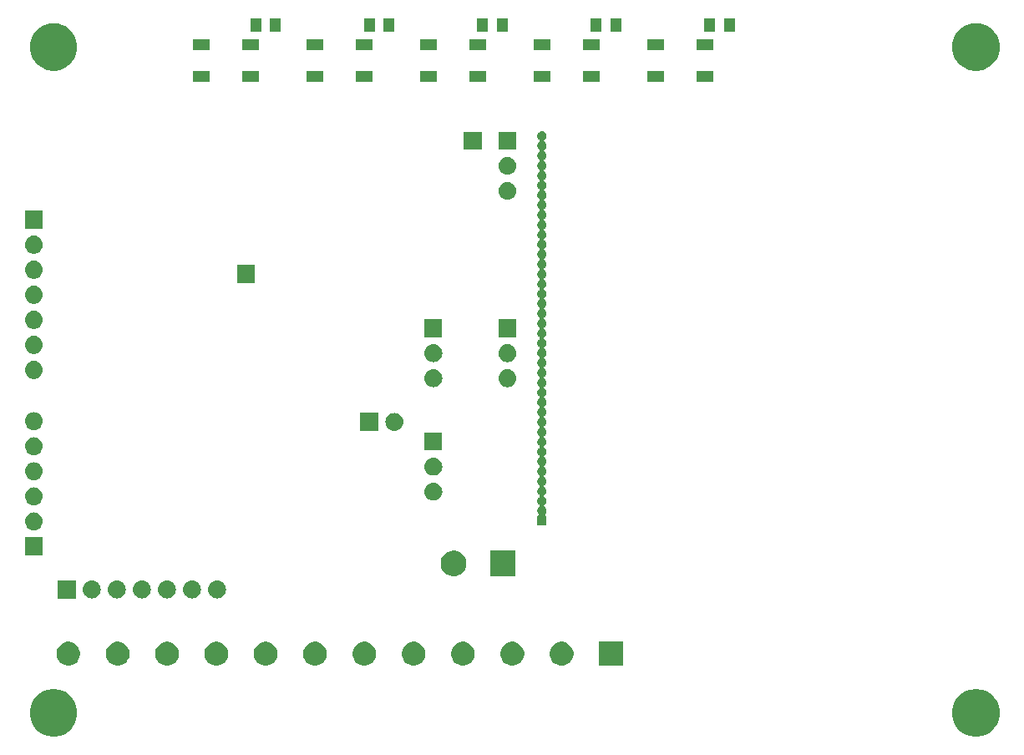
<source format=gbr>
G04 #@! TF.GenerationSoftware,KiCad,Pcbnew,5.1.0*
G04 #@! TF.CreationDate,2019-04-02T23:30:48-05:00*
G04 #@! TF.ProjectId,Cluster,436c7573-7465-4722-9e6b-696361645f70,rev?*
G04 #@! TF.SameCoordinates,Original*
G04 #@! TF.FileFunction,Soldermask,Bot*
G04 #@! TF.FilePolarity,Negative*
%FSLAX46Y46*%
G04 Gerber Fmt 4.6, Leading zero omitted, Abs format (unit mm)*
G04 Created by KiCad (PCBNEW 5.1.0) date 2019-04-02 23:30:48*
%MOMM*%
%LPD*%
G04 APERTURE LIST*
%ADD10C,0.100000*%
G04 APERTURE END LIST*
D10*
G36*
X241468412Y-135645135D02*
G01*
X241700346Y-135691269D01*
X242137300Y-135872262D01*
X242530548Y-136135022D01*
X242864978Y-136469452D01*
X243127738Y-136862700D01*
X243308731Y-137299654D01*
X243401000Y-137763522D01*
X243401000Y-138236478D01*
X243308731Y-138700346D01*
X243127738Y-139137300D01*
X242864978Y-139530548D01*
X242530548Y-139864978D01*
X242137300Y-140127738D01*
X241700346Y-140308731D01*
X241468412Y-140354866D01*
X241236479Y-140401000D01*
X240763521Y-140401000D01*
X240531588Y-140354866D01*
X240299654Y-140308731D01*
X239862700Y-140127738D01*
X239469452Y-139864978D01*
X239135022Y-139530548D01*
X238872262Y-139137300D01*
X238691269Y-138700346D01*
X238599000Y-138236478D01*
X238599000Y-137763522D01*
X238691269Y-137299654D01*
X238872262Y-136862700D01*
X239135022Y-136469452D01*
X239469452Y-136135022D01*
X239862700Y-135872262D01*
X240299654Y-135691269D01*
X240531588Y-135645135D01*
X240763521Y-135599000D01*
X241236479Y-135599000D01*
X241468412Y-135645135D01*
X241468412Y-135645135D01*
G37*
G36*
X147968412Y-135645135D02*
G01*
X148200346Y-135691269D01*
X148637300Y-135872262D01*
X149030548Y-136135022D01*
X149364978Y-136469452D01*
X149627738Y-136862700D01*
X149808731Y-137299654D01*
X149901000Y-137763522D01*
X149901000Y-138236478D01*
X149808731Y-138700346D01*
X149627738Y-139137300D01*
X149364978Y-139530548D01*
X149030548Y-139864978D01*
X148637300Y-140127738D01*
X148200346Y-140308731D01*
X147968412Y-140354866D01*
X147736479Y-140401000D01*
X147263521Y-140401000D01*
X147031588Y-140354866D01*
X146799654Y-140308731D01*
X146362700Y-140127738D01*
X145969452Y-139864978D01*
X145635022Y-139530548D01*
X145372262Y-139137300D01*
X145191269Y-138700346D01*
X145099000Y-138236478D01*
X145099000Y-137763522D01*
X145191269Y-137299654D01*
X145372262Y-136862700D01*
X145635022Y-136469452D01*
X145969452Y-136135022D01*
X146362700Y-135872262D01*
X146799654Y-135691269D01*
X147031588Y-135645135D01*
X147263521Y-135599000D01*
X147736479Y-135599000D01*
X147968412Y-135645135D01*
X147968412Y-135645135D01*
G37*
G36*
X189350318Y-130845153D02*
G01*
X189568885Y-130935687D01*
X189568887Y-130935688D01*
X189765593Y-131067122D01*
X189932878Y-131234407D01*
X190064312Y-131431113D01*
X190064313Y-131431115D01*
X190154847Y-131649682D01*
X190201000Y-131881710D01*
X190201000Y-132118290D01*
X190154847Y-132350318D01*
X190064313Y-132568885D01*
X190064312Y-132568887D01*
X189932878Y-132765593D01*
X189765593Y-132932878D01*
X189568887Y-133064312D01*
X189568886Y-133064313D01*
X189568885Y-133064313D01*
X189350318Y-133154847D01*
X189118290Y-133201000D01*
X188881710Y-133201000D01*
X188649682Y-133154847D01*
X188431115Y-133064313D01*
X188431114Y-133064313D01*
X188431113Y-133064312D01*
X188234407Y-132932878D01*
X188067122Y-132765593D01*
X187935688Y-132568887D01*
X187935687Y-132568885D01*
X187845153Y-132350318D01*
X187799000Y-132118290D01*
X187799000Y-131881710D01*
X187845153Y-131649682D01*
X187935687Y-131431115D01*
X187935688Y-131431113D01*
X188067122Y-131234407D01*
X188234407Y-131067122D01*
X188431113Y-130935688D01*
X188431115Y-130935687D01*
X188649682Y-130845153D01*
X188881710Y-130799000D01*
X189118290Y-130799000D01*
X189350318Y-130845153D01*
X189350318Y-130845153D01*
G37*
G36*
X199350318Y-130845153D02*
G01*
X199568885Y-130935687D01*
X199568887Y-130935688D01*
X199765593Y-131067122D01*
X199932878Y-131234407D01*
X200064312Y-131431113D01*
X200064313Y-131431115D01*
X200154847Y-131649682D01*
X200201000Y-131881710D01*
X200201000Y-132118290D01*
X200154847Y-132350318D01*
X200064313Y-132568885D01*
X200064312Y-132568887D01*
X199932878Y-132765593D01*
X199765593Y-132932878D01*
X199568887Y-133064312D01*
X199568886Y-133064313D01*
X199568885Y-133064313D01*
X199350318Y-133154847D01*
X199118290Y-133201000D01*
X198881710Y-133201000D01*
X198649682Y-133154847D01*
X198431115Y-133064313D01*
X198431114Y-133064313D01*
X198431113Y-133064312D01*
X198234407Y-132932878D01*
X198067122Y-132765593D01*
X197935688Y-132568887D01*
X197935687Y-132568885D01*
X197845153Y-132350318D01*
X197799000Y-132118290D01*
X197799000Y-131881710D01*
X197845153Y-131649682D01*
X197935687Y-131431115D01*
X197935688Y-131431113D01*
X198067122Y-131234407D01*
X198234407Y-131067122D01*
X198431113Y-130935688D01*
X198431115Y-130935687D01*
X198649682Y-130845153D01*
X198881710Y-130799000D01*
X199118290Y-130799000D01*
X199350318Y-130845153D01*
X199350318Y-130845153D01*
G37*
G36*
X205201000Y-133201000D02*
G01*
X202799000Y-133201000D01*
X202799000Y-130799000D01*
X205201000Y-130799000D01*
X205201000Y-133201000D01*
X205201000Y-133201000D01*
G37*
G36*
X184350318Y-130845153D02*
G01*
X184568885Y-130935687D01*
X184568887Y-130935688D01*
X184765593Y-131067122D01*
X184932878Y-131234407D01*
X185064312Y-131431113D01*
X185064313Y-131431115D01*
X185154847Y-131649682D01*
X185201000Y-131881710D01*
X185201000Y-132118290D01*
X185154847Y-132350318D01*
X185064313Y-132568885D01*
X185064312Y-132568887D01*
X184932878Y-132765593D01*
X184765593Y-132932878D01*
X184568887Y-133064312D01*
X184568886Y-133064313D01*
X184568885Y-133064313D01*
X184350318Y-133154847D01*
X184118290Y-133201000D01*
X183881710Y-133201000D01*
X183649682Y-133154847D01*
X183431115Y-133064313D01*
X183431114Y-133064313D01*
X183431113Y-133064312D01*
X183234407Y-132932878D01*
X183067122Y-132765593D01*
X182935688Y-132568887D01*
X182935687Y-132568885D01*
X182845153Y-132350318D01*
X182799000Y-132118290D01*
X182799000Y-131881710D01*
X182845153Y-131649682D01*
X182935687Y-131431115D01*
X182935688Y-131431113D01*
X183067122Y-131234407D01*
X183234407Y-131067122D01*
X183431113Y-130935688D01*
X183431115Y-130935687D01*
X183649682Y-130845153D01*
X183881710Y-130799000D01*
X184118290Y-130799000D01*
X184350318Y-130845153D01*
X184350318Y-130845153D01*
G37*
G36*
X179350318Y-130845153D02*
G01*
X179568885Y-130935687D01*
X179568887Y-130935688D01*
X179765593Y-131067122D01*
X179932878Y-131234407D01*
X180064312Y-131431113D01*
X180064313Y-131431115D01*
X180154847Y-131649682D01*
X180201000Y-131881710D01*
X180201000Y-132118290D01*
X180154847Y-132350318D01*
X180064313Y-132568885D01*
X180064312Y-132568887D01*
X179932878Y-132765593D01*
X179765593Y-132932878D01*
X179568887Y-133064312D01*
X179568886Y-133064313D01*
X179568885Y-133064313D01*
X179350318Y-133154847D01*
X179118290Y-133201000D01*
X178881710Y-133201000D01*
X178649682Y-133154847D01*
X178431115Y-133064313D01*
X178431114Y-133064313D01*
X178431113Y-133064312D01*
X178234407Y-132932878D01*
X178067122Y-132765593D01*
X177935688Y-132568887D01*
X177935687Y-132568885D01*
X177845153Y-132350318D01*
X177799000Y-132118290D01*
X177799000Y-131881710D01*
X177845153Y-131649682D01*
X177935687Y-131431115D01*
X177935688Y-131431113D01*
X178067122Y-131234407D01*
X178234407Y-131067122D01*
X178431113Y-130935688D01*
X178431115Y-130935687D01*
X178649682Y-130845153D01*
X178881710Y-130799000D01*
X179118290Y-130799000D01*
X179350318Y-130845153D01*
X179350318Y-130845153D01*
G37*
G36*
X174350318Y-130845153D02*
G01*
X174568885Y-130935687D01*
X174568887Y-130935688D01*
X174765593Y-131067122D01*
X174932878Y-131234407D01*
X175064312Y-131431113D01*
X175064313Y-131431115D01*
X175154847Y-131649682D01*
X175201000Y-131881710D01*
X175201000Y-132118290D01*
X175154847Y-132350318D01*
X175064313Y-132568885D01*
X175064312Y-132568887D01*
X174932878Y-132765593D01*
X174765593Y-132932878D01*
X174568887Y-133064312D01*
X174568886Y-133064313D01*
X174568885Y-133064313D01*
X174350318Y-133154847D01*
X174118290Y-133201000D01*
X173881710Y-133201000D01*
X173649682Y-133154847D01*
X173431115Y-133064313D01*
X173431114Y-133064313D01*
X173431113Y-133064312D01*
X173234407Y-132932878D01*
X173067122Y-132765593D01*
X172935688Y-132568887D01*
X172935687Y-132568885D01*
X172845153Y-132350318D01*
X172799000Y-132118290D01*
X172799000Y-131881710D01*
X172845153Y-131649682D01*
X172935687Y-131431115D01*
X172935688Y-131431113D01*
X173067122Y-131234407D01*
X173234407Y-131067122D01*
X173431113Y-130935688D01*
X173431115Y-130935687D01*
X173649682Y-130845153D01*
X173881710Y-130799000D01*
X174118290Y-130799000D01*
X174350318Y-130845153D01*
X174350318Y-130845153D01*
G37*
G36*
X169350318Y-130845153D02*
G01*
X169568885Y-130935687D01*
X169568887Y-130935688D01*
X169765593Y-131067122D01*
X169932878Y-131234407D01*
X170064312Y-131431113D01*
X170064313Y-131431115D01*
X170154847Y-131649682D01*
X170201000Y-131881710D01*
X170201000Y-132118290D01*
X170154847Y-132350318D01*
X170064313Y-132568885D01*
X170064312Y-132568887D01*
X169932878Y-132765593D01*
X169765593Y-132932878D01*
X169568887Y-133064312D01*
X169568886Y-133064313D01*
X169568885Y-133064313D01*
X169350318Y-133154847D01*
X169118290Y-133201000D01*
X168881710Y-133201000D01*
X168649682Y-133154847D01*
X168431115Y-133064313D01*
X168431114Y-133064313D01*
X168431113Y-133064312D01*
X168234407Y-132932878D01*
X168067122Y-132765593D01*
X167935688Y-132568887D01*
X167935687Y-132568885D01*
X167845153Y-132350318D01*
X167799000Y-132118290D01*
X167799000Y-131881710D01*
X167845153Y-131649682D01*
X167935687Y-131431115D01*
X167935688Y-131431113D01*
X168067122Y-131234407D01*
X168234407Y-131067122D01*
X168431113Y-130935688D01*
X168431115Y-130935687D01*
X168649682Y-130845153D01*
X168881710Y-130799000D01*
X169118290Y-130799000D01*
X169350318Y-130845153D01*
X169350318Y-130845153D01*
G37*
G36*
X194350318Y-130845153D02*
G01*
X194568885Y-130935687D01*
X194568887Y-130935688D01*
X194765593Y-131067122D01*
X194932878Y-131234407D01*
X195064312Y-131431113D01*
X195064313Y-131431115D01*
X195154847Y-131649682D01*
X195201000Y-131881710D01*
X195201000Y-132118290D01*
X195154847Y-132350318D01*
X195064313Y-132568885D01*
X195064312Y-132568887D01*
X194932878Y-132765593D01*
X194765593Y-132932878D01*
X194568887Y-133064312D01*
X194568886Y-133064313D01*
X194568885Y-133064313D01*
X194350318Y-133154847D01*
X194118290Y-133201000D01*
X193881710Y-133201000D01*
X193649682Y-133154847D01*
X193431115Y-133064313D01*
X193431114Y-133064313D01*
X193431113Y-133064312D01*
X193234407Y-132932878D01*
X193067122Y-132765593D01*
X192935688Y-132568887D01*
X192935687Y-132568885D01*
X192845153Y-132350318D01*
X192799000Y-132118290D01*
X192799000Y-131881710D01*
X192845153Y-131649682D01*
X192935687Y-131431115D01*
X192935688Y-131431113D01*
X193067122Y-131234407D01*
X193234407Y-131067122D01*
X193431113Y-130935688D01*
X193431115Y-130935687D01*
X193649682Y-130845153D01*
X193881710Y-130799000D01*
X194118290Y-130799000D01*
X194350318Y-130845153D01*
X194350318Y-130845153D01*
G37*
G36*
X164350318Y-130845153D02*
G01*
X164568885Y-130935687D01*
X164568887Y-130935688D01*
X164765593Y-131067122D01*
X164932878Y-131234407D01*
X165064312Y-131431113D01*
X165064313Y-131431115D01*
X165154847Y-131649682D01*
X165201000Y-131881710D01*
X165201000Y-132118290D01*
X165154847Y-132350318D01*
X165064313Y-132568885D01*
X165064312Y-132568887D01*
X164932878Y-132765593D01*
X164765593Y-132932878D01*
X164568887Y-133064312D01*
X164568886Y-133064313D01*
X164568885Y-133064313D01*
X164350318Y-133154847D01*
X164118290Y-133201000D01*
X163881710Y-133201000D01*
X163649682Y-133154847D01*
X163431115Y-133064313D01*
X163431114Y-133064313D01*
X163431113Y-133064312D01*
X163234407Y-132932878D01*
X163067122Y-132765593D01*
X162935688Y-132568887D01*
X162935687Y-132568885D01*
X162845153Y-132350318D01*
X162799000Y-132118290D01*
X162799000Y-131881710D01*
X162845153Y-131649682D01*
X162935687Y-131431115D01*
X162935688Y-131431113D01*
X163067122Y-131234407D01*
X163234407Y-131067122D01*
X163431113Y-130935688D01*
X163431115Y-130935687D01*
X163649682Y-130845153D01*
X163881710Y-130799000D01*
X164118290Y-130799000D01*
X164350318Y-130845153D01*
X164350318Y-130845153D01*
G37*
G36*
X159350318Y-130845153D02*
G01*
X159568885Y-130935687D01*
X159568887Y-130935688D01*
X159765593Y-131067122D01*
X159932878Y-131234407D01*
X160064312Y-131431113D01*
X160064313Y-131431115D01*
X160154847Y-131649682D01*
X160201000Y-131881710D01*
X160201000Y-132118290D01*
X160154847Y-132350318D01*
X160064313Y-132568885D01*
X160064312Y-132568887D01*
X159932878Y-132765593D01*
X159765593Y-132932878D01*
X159568887Y-133064312D01*
X159568886Y-133064313D01*
X159568885Y-133064313D01*
X159350318Y-133154847D01*
X159118290Y-133201000D01*
X158881710Y-133201000D01*
X158649682Y-133154847D01*
X158431115Y-133064313D01*
X158431114Y-133064313D01*
X158431113Y-133064312D01*
X158234407Y-132932878D01*
X158067122Y-132765593D01*
X157935688Y-132568887D01*
X157935687Y-132568885D01*
X157845153Y-132350318D01*
X157799000Y-132118290D01*
X157799000Y-131881710D01*
X157845153Y-131649682D01*
X157935687Y-131431115D01*
X157935688Y-131431113D01*
X158067122Y-131234407D01*
X158234407Y-131067122D01*
X158431113Y-130935688D01*
X158431115Y-130935687D01*
X158649682Y-130845153D01*
X158881710Y-130799000D01*
X159118290Y-130799000D01*
X159350318Y-130845153D01*
X159350318Y-130845153D01*
G37*
G36*
X154350318Y-130845153D02*
G01*
X154568885Y-130935687D01*
X154568887Y-130935688D01*
X154765593Y-131067122D01*
X154932878Y-131234407D01*
X155064312Y-131431113D01*
X155064313Y-131431115D01*
X155154847Y-131649682D01*
X155201000Y-131881710D01*
X155201000Y-132118290D01*
X155154847Y-132350318D01*
X155064313Y-132568885D01*
X155064312Y-132568887D01*
X154932878Y-132765593D01*
X154765593Y-132932878D01*
X154568887Y-133064312D01*
X154568886Y-133064313D01*
X154568885Y-133064313D01*
X154350318Y-133154847D01*
X154118290Y-133201000D01*
X153881710Y-133201000D01*
X153649682Y-133154847D01*
X153431115Y-133064313D01*
X153431114Y-133064313D01*
X153431113Y-133064312D01*
X153234407Y-132932878D01*
X153067122Y-132765593D01*
X152935688Y-132568887D01*
X152935687Y-132568885D01*
X152845153Y-132350318D01*
X152799000Y-132118290D01*
X152799000Y-131881710D01*
X152845153Y-131649682D01*
X152935687Y-131431115D01*
X152935688Y-131431113D01*
X153067122Y-131234407D01*
X153234407Y-131067122D01*
X153431113Y-130935688D01*
X153431115Y-130935687D01*
X153649682Y-130845153D01*
X153881710Y-130799000D01*
X154118290Y-130799000D01*
X154350318Y-130845153D01*
X154350318Y-130845153D01*
G37*
G36*
X149350318Y-130845153D02*
G01*
X149568885Y-130935687D01*
X149568887Y-130935688D01*
X149765593Y-131067122D01*
X149932878Y-131234407D01*
X150064312Y-131431113D01*
X150064313Y-131431115D01*
X150154847Y-131649682D01*
X150201000Y-131881710D01*
X150201000Y-132118290D01*
X150154847Y-132350318D01*
X150064313Y-132568885D01*
X150064312Y-132568887D01*
X149932878Y-132765593D01*
X149765593Y-132932878D01*
X149568887Y-133064312D01*
X149568886Y-133064313D01*
X149568885Y-133064313D01*
X149350318Y-133154847D01*
X149118290Y-133201000D01*
X148881710Y-133201000D01*
X148649682Y-133154847D01*
X148431115Y-133064313D01*
X148431114Y-133064313D01*
X148431113Y-133064312D01*
X148234407Y-132932878D01*
X148067122Y-132765593D01*
X147935688Y-132568887D01*
X147935687Y-132568885D01*
X147845153Y-132350318D01*
X147799000Y-132118290D01*
X147799000Y-131881710D01*
X147845153Y-131649682D01*
X147935687Y-131431115D01*
X147935688Y-131431113D01*
X148067122Y-131234407D01*
X148234407Y-131067122D01*
X148431113Y-130935688D01*
X148431115Y-130935687D01*
X148649682Y-130845153D01*
X148881710Y-130799000D01*
X149118290Y-130799000D01*
X149350318Y-130845153D01*
X149350318Y-130845153D01*
G37*
G36*
X161650443Y-124605519D02*
G01*
X161716627Y-124612037D01*
X161886466Y-124663557D01*
X162042991Y-124747222D01*
X162078729Y-124776552D01*
X162180186Y-124859814D01*
X162263448Y-124961271D01*
X162292778Y-124997009D01*
X162376443Y-125153534D01*
X162427963Y-125323373D01*
X162445359Y-125500000D01*
X162427963Y-125676627D01*
X162376443Y-125846466D01*
X162292778Y-126002991D01*
X162263448Y-126038729D01*
X162180186Y-126140186D01*
X162078729Y-126223448D01*
X162042991Y-126252778D01*
X161886466Y-126336443D01*
X161716627Y-126387963D01*
X161650443Y-126394481D01*
X161584260Y-126401000D01*
X161495740Y-126401000D01*
X161429557Y-126394481D01*
X161363373Y-126387963D01*
X161193534Y-126336443D01*
X161037009Y-126252778D01*
X161001271Y-126223448D01*
X160899814Y-126140186D01*
X160816552Y-126038729D01*
X160787222Y-126002991D01*
X160703557Y-125846466D01*
X160652037Y-125676627D01*
X160634641Y-125500000D01*
X160652037Y-125323373D01*
X160703557Y-125153534D01*
X160787222Y-124997009D01*
X160816552Y-124961271D01*
X160899814Y-124859814D01*
X161001271Y-124776552D01*
X161037009Y-124747222D01*
X161193534Y-124663557D01*
X161363373Y-124612037D01*
X161429557Y-124605519D01*
X161495740Y-124599000D01*
X161584260Y-124599000D01*
X161650443Y-124605519D01*
X161650443Y-124605519D01*
G37*
G36*
X149741000Y-126401000D02*
G01*
X147939000Y-126401000D01*
X147939000Y-124599000D01*
X149741000Y-124599000D01*
X149741000Y-126401000D01*
X149741000Y-126401000D01*
G37*
G36*
X151490443Y-124605519D02*
G01*
X151556627Y-124612037D01*
X151726466Y-124663557D01*
X151882991Y-124747222D01*
X151918729Y-124776552D01*
X152020186Y-124859814D01*
X152103448Y-124961271D01*
X152132778Y-124997009D01*
X152216443Y-125153534D01*
X152267963Y-125323373D01*
X152285359Y-125500000D01*
X152267963Y-125676627D01*
X152216443Y-125846466D01*
X152132778Y-126002991D01*
X152103448Y-126038729D01*
X152020186Y-126140186D01*
X151918729Y-126223448D01*
X151882991Y-126252778D01*
X151726466Y-126336443D01*
X151556627Y-126387963D01*
X151490443Y-126394481D01*
X151424260Y-126401000D01*
X151335740Y-126401000D01*
X151269557Y-126394481D01*
X151203373Y-126387963D01*
X151033534Y-126336443D01*
X150877009Y-126252778D01*
X150841271Y-126223448D01*
X150739814Y-126140186D01*
X150656552Y-126038729D01*
X150627222Y-126002991D01*
X150543557Y-125846466D01*
X150492037Y-125676627D01*
X150474641Y-125500000D01*
X150492037Y-125323373D01*
X150543557Y-125153534D01*
X150627222Y-124997009D01*
X150656552Y-124961271D01*
X150739814Y-124859814D01*
X150841271Y-124776552D01*
X150877009Y-124747222D01*
X151033534Y-124663557D01*
X151203373Y-124612037D01*
X151269557Y-124605519D01*
X151335740Y-124599000D01*
X151424260Y-124599000D01*
X151490443Y-124605519D01*
X151490443Y-124605519D01*
G37*
G36*
X154030443Y-124605519D02*
G01*
X154096627Y-124612037D01*
X154266466Y-124663557D01*
X154422991Y-124747222D01*
X154458729Y-124776552D01*
X154560186Y-124859814D01*
X154643448Y-124961271D01*
X154672778Y-124997009D01*
X154756443Y-125153534D01*
X154807963Y-125323373D01*
X154825359Y-125500000D01*
X154807963Y-125676627D01*
X154756443Y-125846466D01*
X154672778Y-126002991D01*
X154643448Y-126038729D01*
X154560186Y-126140186D01*
X154458729Y-126223448D01*
X154422991Y-126252778D01*
X154266466Y-126336443D01*
X154096627Y-126387963D01*
X154030443Y-126394481D01*
X153964260Y-126401000D01*
X153875740Y-126401000D01*
X153809557Y-126394481D01*
X153743373Y-126387963D01*
X153573534Y-126336443D01*
X153417009Y-126252778D01*
X153381271Y-126223448D01*
X153279814Y-126140186D01*
X153196552Y-126038729D01*
X153167222Y-126002991D01*
X153083557Y-125846466D01*
X153032037Y-125676627D01*
X153014641Y-125500000D01*
X153032037Y-125323373D01*
X153083557Y-125153534D01*
X153167222Y-124997009D01*
X153196552Y-124961271D01*
X153279814Y-124859814D01*
X153381271Y-124776552D01*
X153417009Y-124747222D01*
X153573534Y-124663557D01*
X153743373Y-124612037D01*
X153809557Y-124605519D01*
X153875740Y-124599000D01*
X153964260Y-124599000D01*
X154030443Y-124605519D01*
X154030443Y-124605519D01*
G37*
G36*
X156570443Y-124605519D02*
G01*
X156636627Y-124612037D01*
X156806466Y-124663557D01*
X156962991Y-124747222D01*
X156998729Y-124776552D01*
X157100186Y-124859814D01*
X157183448Y-124961271D01*
X157212778Y-124997009D01*
X157296443Y-125153534D01*
X157347963Y-125323373D01*
X157365359Y-125500000D01*
X157347963Y-125676627D01*
X157296443Y-125846466D01*
X157212778Y-126002991D01*
X157183448Y-126038729D01*
X157100186Y-126140186D01*
X156998729Y-126223448D01*
X156962991Y-126252778D01*
X156806466Y-126336443D01*
X156636627Y-126387963D01*
X156570443Y-126394481D01*
X156504260Y-126401000D01*
X156415740Y-126401000D01*
X156349557Y-126394481D01*
X156283373Y-126387963D01*
X156113534Y-126336443D01*
X155957009Y-126252778D01*
X155921271Y-126223448D01*
X155819814Y-126140186D01*
X155736552Y-126038729D01*
X155707222Y-126002991D01*
X155623557Y-125846466D01*
X155572037Y-125676627D01*
X155554641Y-125500000D01*
X155572037Y-125323373D01*
X155623557Y-125153534D01*
X155707222Y-124997009D01*
X155736552Y-124961271D01*
X155819814Y-124859814D01*
X155921271Y-124776552D01*
X155957009Y-124747222D01*
X156113534Y-124663557D01*
X156283373Y-124612037D01*
X156349557Y-124605519D01*
X156415740Y-124599000D01*
X156504260Y-124599000D01*
X156570443Y-124605519D01*
X156570443Y-124605519D01*
G37*
G36*
X159110443Y-124605519D02*
G01*
X159176627Y-124612037D01*
X159346466Y-124663557D01*
X159502991Y-124747222D01*
X159538729Y-124776552D01*
X159640186Y-124859814D01*
X159723448Y-124961271D01*
X159752778Y-124997009D01*
X159836443Y-125153534D01*
X159887963Y-125323373D01*
X159905359Y-125500000D01*
X159887963Y-125676627D01*
X159836443Y-125846466D01*
X159752778Y-126002991D01*
X159723448Y-126038729D01*
X159640186Y-126140186D01*
X159538729Y-126223448D01*
X159502991Y-126252778D01*
X159346466Y-126336443D01*
X159176627Y-126387963D01*
X159110443Y-126394481D01*
X159044260Y-126401000D01*
X158955740Y-126401000D01*
X158889557Y-126394481D01*
X158823373Y-126387963D01*
X158653534Y-126336443D01*
X158497009Y-126252778D01*
X158461271Y-126223448D01*
X158359814Y-126140186D01*
X158276552Y-126038729D01*
X158247222Y-126002991D01*
X158163557Y-125846466D01*
X158112037Y-125676627D01*
X158094641Y-125500000D01*
X158112037Y-125323373D01*
X158163557Y-125153534D01*
X158247222Y-124997009D01*
X158276552Y-124961271D01*
X158359814Y-124859814D01*
X158461271Y-124776552D01*
X158497009Y-124747222D01*
X158653534Y-124663557D01*
X158823373Y-124612037D01*
X158889557Y-124605519D01*
X158955740Y-124599000D01*
X159044260Y-124599000D01*
X159110443Y-124605519D01*
X159110443Y-124605519D01*
G37*
G36*
X164190443Y-124605519D02*
G01*
X164256627Y-124612037D01*
X164426466Y-124663557D01*
X164582991Y-124747222D01*
X164618729Y-124776552D01*
X164720186Y-124859814D01*
X164803448Y-124961271D01*
X164832778Y-124997009D01*
X164916443Y-125153534D01*
X164967963Y-125323373D01*
X164985359Y-125500000D01*
X164967963Y-125676627D01*
X164916443Y-125846466D01*
X164832778Y-126002991D01*
X164803448Y-126038729D01*
X164720186Y-126140186D01*
X164618729Y-126223448D01*
X164582991Y-126252778D01*
X164426466Y-126336443D01*
X164256627Y-126387963D01*
X164190443Y-126394481D01*
X164124260Y-126401000D01*
X164035740Y-126401000D01*
X163969557Y-126394481D01*
X163903373Y-126387963D01*
X163733534Y-126336443D01*
X163577009Y-126252778D01*
X163541271Y-126223448D01*
X163439814Y-126140186D01*
X163356552Y-126038729D01*
X163327222Y-126002991D01*
X163243557Y-125846466D01*
X163192037Y-125676627D01*
X163174641Y-125500000D01*
X163192037Y-125323373D01*
X163243557Y-125153534D01*
X163327222Y-124997009D01*
X163356552Y-124961271D01*
X163439814Y-124859814D01*
X163541271Y-124776552D01*
X163577009Y-124747222D01*
X163733534Y-124663557D01*
X163903373Y-124612037D01*
X163969557Y-124605519D01*
X164035740Y-124599000D01*
X164124260Y-124599000D01*
X164190443Y-124605519D01*
X164190443Y-124605519D01*
G37*
G36*
X188429487Y-121598996D02*
G01*
X188666253Y-121697068D01*
X188666255Y-121697069D01*
X188879339Y-121839447D01*
X189060553Y-122020661D01*
X189202932Y-122233747D01*
X189301004Y-122470513D01*
X189351000Y-122721861D01*
X189351000Y-122978139D01*
X189301004Y-123229487D01*
X189202932Y-123466253D01*
X189202931Y-123466255D01*
X189060553Y-123679339D01*
X188879339Y-123860553D01*
X188666255Y-124002931D01*
X188666254Y-124002932D01*
X188666253Y-124002932D01*
X188429487Y-124101004D01*
X188178139Y-124151000D01*
X187921861Y-124151000D01*
X187670513Y-124101004D01*
X187433747Y-124002932D01*
X187433746Y-124002932D01*
X187433745Y-124002931D01*
X187220661Y-123860553D01*
X187039447Y-123679339D01*
X186897069Y-123466255D01*
X186897068Y-123466253D01*
X186798996Y-123229487D01*
X186749000Y-122978139D01*
X186749000Y-122721861D01*
X186798996Y-122470513D01*
X186897068Y-122233747D01*
X187039447Y-122020661D01*
X187220661Y-121839447D01*
X187433745Y-121697069D01*
X187433747Y-121697068D01*
X187670513Y-121598996D01*
X187921861Y-121549000D01*
X188178139Y-121549000D01*
X188429487Y-121598996D01*
X188429487Y-121598996D01*
G37*
G36*
X194351000Y-124151000D02*
G01*
X191749000Y-124151000D01*
X191749000Y-121549000D01*
X194351000Y-121549000D01*
X194351000Y-124151000D01*
X194351000Y-124151000D01*
G37*
G36*
X146401000Y-122021000D02*
G01*
X144599000Y-122021000D01*
X144599000Y-120219000D01*
X146401000Y-120219000D01*
X146401000Y-122021000D01*
X146401000Y-122021000D01*
G37*
G36*
X145585288Y-117683041D02*
G01*
X145676627Y-117692037D01*
X145846466Y-117743557D01*
X146002991Y-117827222D01*
X146038729Y-117856552D01*
X146140186Y-117939814D01*
X146223448Y-118041271D01*
X146252778Y-118077009D01*
X146336443Y-118233534D01*
X146387963Y-118403373D01*
X146405359Y-118580000D01*
X146387963Y-118756627D01*
X146336443Y-118926466D01*
X146252778Y-119082991D01*
X146223448Y-119118729D01*
X146140186Y-119220186D01*
X146038729Y-119303448D01*
X146002991Y-119332778D01*
X145846466Y-119416443D01*
X145676627Y-119467963D01*
X145610443Y-119474481D01*
X145544260Y-119481000D01*
X145455740Y-119481000D01*
X145389557Y-119474481D01*
X145323373Y-119467963D01*
X145153534Y-119416443D01*
X144997009Y-119332778D01*
X144961271Y-119303448D01*
X144859814Y-119220186D01*
X144776552Y-119118729D01*
X144747222Y-119082991D01*
X144663557Y-118926466D01*
X144612037Y-118756627D01*
X144594641Y-118580000D01*
X144612037Y-118403373D01*
X144663557Y-118233534D01*
X144747222Y-118077009D01*
X144776552Y-118041271D01*
X144859814Y-117939814D01*
X144961271Y-117856552D01*
X144997009Y-117827222D01*
X145153534Y-117743557D01*
X145323373Y-117692037D01*
X145414712Y-117683041D01*
X145455740Y-117679000D01*
X145544260Y-117679000D01*
X145585288Y-117683041D01*
X145585288Y-117683041D01*
G37*
G36*
X197093312Y-79030887D02*
G01*
X197183039Y-79058106D01*
X197265731Y-79102306D01*
X197338211Y-79161789D01*
X197397694Y-79234269D01*
X197441894Y-79316961D01*
X197469113Y-79406688D01*
X197478303Y-79500000D01*
X197469113Y-79593312D01*
X197441894Y-79683039D01*
X197397694Y-79765731D01*
X197338211Y-79838211D01*
X197265731Y-79897694D01*
X197265726Y-79897697D01*
X197258808Y-79903374D01*
X197241481Y-79920701D01*
X197227867Y-79941075D01*
X197218490Y-79963714D01*
X197213709Y-79987747D01*
X197213709Y-80012251D01*
X197218489Y-80036285D01*
X197227866Y-80058924D01*
X197241480Y-80079298D01*
X197258808Y-80096626D01*
X197265726Y-80102303D01*
X197265731Y-80102306D01*
X197338211Y-80161789D01*
X197397694Y-80234269D01*
X197441894Y-80316961D01*
X197469113Y-80406688D01*
X197478303Y-80500000D01*
X197469113Y-80593312D01*
X197441894Y-80683039D01*
X197397694Y-80765731D01*
X197338211Y-80838211D01*
X197265731Y-80897694D01*
X197265726Y-80897697D01*
X197258808Y-80903374D01*
X197241481Y-80920701D01*
X197227867Y-80941075D01*
X197218490Y-80963714D01*
X197213709Y-80987747D01*
X197213709Y-81012251D01*
X197218489Y-81036285D01*
X197227866Y-81058924D01*
X197241480Y-81079298D01*
X197258808Y-81096626D01*
X197265726Y-81102303D01*
X197265731Y-81102306D01*
X197338211Y-81161789D01*
X197397694Y-81234269D01*
X197441894Y-81316961D01*
X197469113Y-81406688D01*
X197478303Y-81500000D01*
X197469113Y-81593312D01*
X197441894Y-81683039D01*
X197397694Y-81765731D01*
X197338211Y-81838211D01*
X197265731Y-81897694D01*
X197265726Y-81897697D01*
X197258808Y-81903374D01*
X197241481Y-81920701D01*
X197227867Y-81941075D01*
X197218490Y-81963714D01*
X197213709Y-81987747D01*
X197213709Y-82012251D01*
X197218489Y-82036285D01*
X197227866Y-82058924D01*
X197241480Y-82079298D01*
X197258808Y-82096626D01*
X197265726Y-82102303D01*
X197265731Y-82102306D01*
X197338211Y-82161789D01*
X197397694Y-82234269D01*
X197441894Y-82316961D01*
X197469113Y-82406688D01*
X197478303Y-82500000D01*
X197469113Y-82593312D01*
X197441894Y-82683039D01*
X197397694Y-82765731D01*
X197338211Y-82838211D01*
X197265731Y-82897694D01*
X197265726Y-82897697D01*
X197258808Y-82903374D01*
X197241481Y-82920701D01*
X197227867Y-82941075D01*
X197218490Y-82963714D01*
X197213709Y-82987747D01*
X197213709Y-83012251D01*
X197218489Y-83036285D01*
X197227866Y-83058924D01*
X197241480Y-83079298D01*
X197258808Y-83096626D01*
X197265726Y-83102303D01*
X197265731Y-83102306D01*
X197338211Y-83161789D01*
X197397694Y-83234269D01*
X197441894Y-83316961D01*
X197469113Y-83406688D01*
X197478303Y-83500000D01*
X197469113Y-83593312D01*
X197441894Y-83683039D01*
X197397694Y-83765731D01*
X197338211Y-83838211D01*
X197265731Y-83897694D01*
X197265726Y-83897697D01*
X197258808Y-83903374D01*
X197241481Y-83920701D01*
X197227867Y-83941075D01*
X197218490Y-83963714D01*
X197213709Y-83987747D01*
X197213709Y-84012251D01*
X197218489Y-84036285D01*
X197227866Y-84058924D01*
X197241480Y-84079298D01*
X197258808Y-84096626D01*
X197265726Y-84102303D01*
X197265731Y-84102306D01*
X197338211Y-84161789D01*
X197397694Y-84234269D01*
X197441894Y-84316961D01*
X197469113Y-84406688D01*
X197478303Y-84500000D01*
X197469113Y-84593312D01*
X197441894Y-84683039D01*
X197397694Y-84765731D01*
X197338211Y-84838211D01*
X197265731Y-84897694D01*
X197265726Y-84897697D01*
X197258808Y-84903374D01*
X197241481Y-84920701D01*
X197227867Y-84941075D01*
X197218490Y-84963714D01*
X197213709Y-84987747D01*
X197213709Y-85012251D01*
X197218489Y-85036285D01*
X197227866Y-85058924D01*
X197241480Y-85079298D01*
X197258808Y-85096626D01*
X197265726Y-85102303D01*
X197265731Y-85102306D01*
X197338211Y-85161789D01*
X197397694Y-85234269D01*
X197441894Y-85316961D01*
X197469113Y-85406688D01*
X197478303Y-85500000D01*
X197469113Y-85593312D01*
X197441894Y-85683039D01*
X197397694Y-85765731D01*
X197338211Y-85838211D01*
X197265731Y-85897694D01*
X197265726Y-85897697D01*
X197258808Y-85903374D01*
X197241481Y-85920701D01*
X197227867Y-85941075D01*
X197218490Y-85963714D01*
X197213709Y-85987747D01*
X197213709Y-86012251D01*
X197218489Y-86036285D01*
X197227866Y-86058924D01*
X197241480Y-86079298D01*
X197258808Y-86096626D01*
X197265726Y-86102303D01*
X197265731Y-86102306D01*
X197338211Y-86161789D01*
X197397694Y-86234269D01*
X197441894Y-86316961D01*
X197469113Y-86406688D01*
X197478303Y-86500000D01*
X197469113Y-86593312D01*
X197441894Y-86683039D01*
X197397694Y-86765731D01*
X197338211Y-86838211D01*
X197265731Y-86897694D01*
X197265726Y-86897697D01*
X197258808Y-86903374D01*
X197241481Y-86920701D01*
X197227867Y-86941075D01*
X197218490Y-86963714D01*
X197213709Y-86987747D01*
X197213709Y-87012251D01*
X197218489Y-87036285D01*
X197227866Y-87058924D01*
X197241480Y-87079298D01*
X197258808Y-87096626D01*
X197265726Y-87102303D01*
X197265731Y-87102306D01*
X197338211Y-87161789D01*
X197397694Y-87234269D01*
X197441894Y-87316961D01*
X197469113Y-87406688D01*
X197478303Y-87500000D01*
X197469113Y-87593312D01*
X197441894Y-87683039D01*
X197397694Y-87765731D01*
X197338211Y-87838211D01*
X197265731Y-87897694D01*
X197265726Y-87897697D01*
X197258808Y-87903374D01*
X197241481Y-87920701D01*
X197227867Y-87941075D01*
X197218490Y-87963714D01*
X197213709Y-87987747D01*
X197213709Y-88012251D01*
X197218489Y-88036285D01*
X197227866Y-88058924D01*
X197241480Y-88079298D01*
X197258808Y-88096626D01*
X197265726Y-88102303D01*
X197265731Y-88102306D01*
X197338211Y-88161789D01*
X197397694Y-88234269D01*
X197441894Y-88316961D01*
X197469113Y-88406688D01*
X197478303Y-88500000D01*
X197469113Y-88593312D01*
X197441894Y-88683039D01*
X197397694Y-88765731D01*
X197338211Y-88838211D01*
X197265731Y-88897694D01*
X197265726Y-88897697D01*
X197258808Y-88903374D01*
X197241481Y-88920701D01*
X197227867Y-88941075D01*
X197218490Y-88963714D01*
X197213709Y-88987747D01*
X197213709Y-89012251D01*
X197218489Y-89036285D01*
X197227866Y-89058924D01*
X197241480Y-89079298D01*
X197258808Y-89096626D01*
X197265726Y-89102303D01*
X197265731Y-89102306D01*
X197338211Y-89161789D01*
X197397694Y-89234269D01*
X197441894Y-89316961D01*
X197469113Y-89406688D01*
X197478303Y-89500000D01*
X197469113Y-89593312D01*
X197441894Y-89683039D01*
X197397694Y-89765731D01*
X197338211Y-89838211D01*
X197265731Y-89897694D01*
X197265726Y-89897697D01*
X197258808Y-89903374D01*
X197241481Y-89920701D01*
X197227867Y-89941075D01*
X197218490Y-89963714D01*
X197213709Y-89987747D01*
X197213709Y-90012251D01*
X197218489Y-90036285D01*
X197227866Y-90058924D01*
X197241480Y-90079298D01*
X197258808Y-90096626D01*
X197265726Y-90102303D01*
X197265731Y-90102306D01*
X197338211Y-90161789D01*
X197397694Y-90234269D01*
X197441894Y-90316961D01*
X197469113Y-90406688D01*
X197478303Y-90500000D01*
X197469113Y-90593312D01*
X197441894Y-90683039D01*
X197397694Y-90765731D01*
X197338211Y-90838211D01*
X197265731Y-90897694D01*
X197265726Y-90897697D01*
X197258808Y-90903374D01*
X197241481Y-90920701D01*
X197227867Y-90941075D01*
X197218490Y-90963714D01*
X197213709Y-90987747D01*
X197213709Y-91012251D01*
X197218489Y-91036285D01*
X197227866Y-91058924D01*
X197241480Y-91079298D01*
X197258808Y-91096626D01*
X197265726Y-91102303D01*
X197265731Y-91102306D01*
X197338211Y-91161789D01*
X197397694Y-91234269D01*
X197441894Y-91316961D01*
X197469113Y-91406688D01*
X197478303Y-91500000D01*
X197469113Y-91593312D01*
X197441894Y-91683039D01*
X197397694Y-91765731D01*
X197338211Y-91838211D01*
X197265731Y-91897694D01*
X197265726Y-91897697D01*
X197258808Y-91903374D01*
X197241481Y-91920701D01*
X197227867Y-91941075D01*
X197218490Y-91963714D01*
X197213709Y-91987747D01*
X197213709Y-92012251D01*
X197218489Y-92036285D01*
X197227866Y-92058924D01*
X197241480Y-92079298D01*
X197258808Y-92096626D01*
X197265726Y-92102303D01*
X197265731Y-92102306D01*
X197338211Y-92161789D01*
X197397694Y-92234269D01*
X197441894Y-92316961D01*
X197469113Y-92406688D01*
X197478303Y-92500000D01*
X197469113Y-92593312D01*
X197441894Y-92683039D01*
X197397694Y-92765731D01*
X197338211Y-92838211D01*
X197265731Y-92897694D01*
X197265726Y-92897697D01*
X197258808Y-92903374D01*
X197241481Y-92920701D01*
X197227867Y-92941075D01*
X197218490Y-92963714D01*
X197213709Y-92987747D01*
X197213709Y-93012251D01*
X197218489Y-93036285D01*
X197227866Y-93058924D01*
X197241480Y-93079298D01*
X197258808Y-93096626D01*
X197265726Y-93102303D01*
X197265731Y-93102306D01*
X197338211Y-93161789D01*
X197397694Y-93234269D01*
X197441894Y-93316961D01*
X197469113Y-93406688D01*
X197478303Y-93500000D01*
X197469113Y-93593312D01*
X197441894Y-93683039D01*
X197397694Y-93765731D01*
X197338211Y-93838211D01*
X197265731Y-93897694D01*
X197265726Y-93897697D01*
X197258808Y-93903374D01*
X197241481Y-93920701D01*
X197227867Y-93941075D01*
X197218490Y-93963714D01*
X197213709Y-93987747D01*
X197213709Y-94012251D01*
X197218489Y-94036285D01*
X197227866Y-94058924D01*
X197241480Y-94079298D01*
X197258808Y-94096626D01*
X197265726Y-94102303D01*
X197265731Y-94102306D01*
X197338211Y-94161789D01*
X197397694Y-94234269D01*
X197441894Y-94316961D01*
X197469113Y-94406688D01*
X197478303Y-94500000D01*
X197469113Y-94593312D01*
X197441894Y-94683039D01*
X197397694Y-94765731D01*
X197338211Y-94838211D01*
X197265731Y-94897694D01*
X197265726Y-94897697D01*
X197258808Y-94903374D01*
X197241481Y-94920701D01*
X197227867Y-94941075D01*
X197218490Y-94963714D01*
X197213709Y-94987747D01*
X197213709Y-95012251D01*
X197218489Y-95036285D01*
X197227866Y-95058924D01*
X197241480Y-95079298D01*
X197258808Y-95096626D01*
X197265726Y-95102303D01*
X197265731Y-95102306D01*
X197338211Y-95161789D01*
X197397694Y-95234269D01*
X197441894Y-95316961D01*
X197469113Y-95406688D01*
X197478303Y-95500000D01*
X197469113Y-95593312D01*
X197441894Y-95683039D01*
X197397694Y-95765731D01*
X197338211Y-95838211D01*
X197265731Y-95897694D01*
X197265726Y-95897697D01*
X197258808Y-95903374D01*
X197241481Y-95920701D01*
X197227867Y-95941075D01*
X197218490Y-95963714D01*
X197213709Y-95987747D01*
X197213709Y-96012251D01*
X197218489Y-96036285D01*
X197227866Y-96058924D01*
X197241480Y-96079298D01*
X197258808Y-96096626D01*
X197265726Y-96102303D01*
X197265731Y-96102306D01*
X197338211Y-96161789D01*
X197397694Y-96234269D01*
X197441894Y-96316961D01*
X197469113Y-96406688D01*
X197478303Y-96500000D01*
X197469113Y-96593312D01*
X197441894Y-96683039D01*
X197397694Y-96765731D01*
X197338211Y-96838211D01*
X197265731Y-96897694D01*
X197265726Y-96897697D01*
X197258808Y-96903374D01*
X197241481Y-96920701D01*
X197227867Y-96941075D01*
X197218490Y-96963714D01*
X197213709Y-96987747D01*
X197213709Y-97012251D01*
X197218489Y-97036285D01*
X197227866Y-97058924D01*
X197241480Y-97079298D01*
X197258808Y-97096626D01*
X197265726Y-97102303D01*
X197265731Y-97102306D01*
X197338211Y-97161789D01*
X197397694Y-97234269D01*
X197441894Y-97316961D01*
X197469113Y-97406688D01*
X197478303Y-97500000D01*
X197469113Y-97593312D01*
X197441894Y-97683039D01*
X197397694Y-97765731D01*
X197338211Y-97838211D01*
X197265731Y-97897694D01*
X197265726Y-97897697D01*
X197258808Y-97903374D01*
X197241481Y-97920701D01*
X197227867Y-97941075D01*
X197218490Y-97963714D01*
X197213709Y-97987747D01*
X197213709Y-98012251D01*
X197218489Y-98036285D01*
X197227866Y-98058924D01*
X197241480Y-98079298D01*
X197258808Y-98096626D01*
X197265726Y-98102303D01*
X197265731Y-98102306D01*
X197338211Y-98161789D01*
X197397694Y-98234269D01*
X197441894Y-98316961D01*
X197469113Y-98406688D01*
X197478303Y-98500000D01*
X197469113Y-98593312D01*
X197441894Y-98683039D01*
X197397694Y-98765731D01*
X197338211Y-98838211D01*
X197265731Y-98897694D01*
X197265726Y-98897697D01*
X197258808Y-98903374D01*
X197241481Y-98920701D01*
X197227867Y-98941075D01*
X197218490Y-98963714D01*
X197213709Y-98987747D01*
X197213709Y-99012251D01*
X197218489Y-99036285D01*
X197227866Y-99058924D01*
X197241480Y-99079298D01*
X197258808Y-99096626D01*
X197265726Y-99102303D01*
X197265731Y-99102306D01*
X197338211Y-99161789D01*
X197397694Y-99234269D01*
X197441894Y-99316961D01*
X197469113Y-99406688D01*
X197478303Y-99500000D01*
X197469113Y-99593312D01*
X197441894Y-99683039D01*
X197397694Y-99765731D01*
X197338211Y-99838211D01*
X197265731Y-99897694D01*
X197265726Y-99897697D01*
X197258808Y-99903374D01*
X197241481Y-99920701D01*
X197227867Y-99941075D01*
X197218490Y-99963714D01*
X197213709Y-99987747D01*
X197213709Y-100012251D01*
X197218489Y-100036285D01*
X197227866Y-100058924D01*
X197241480Y-100079298D01*
X197258808Y-100096626D01*
X197265726Y-100102303D01*
X197265731Y-100102306D01*
X197338211Y-100161789D01*
X197397694Y-100234269D01*
X197441894Y-100316961D01*
X197469113Y-100406688D01*
X197478303Y-100500000D01*
X197469113Y-100593312D01*
X197441894Y-100683039D01*
X197397694Y-100765731D01*
X197338211Y-100838211D01*
X197265731Y-100897694D01*
X197265726Y-100897697D01*
X197258808Y-100903374D01*
X197241481Y-100920701D01*
X197227867Y-100941075D01*
X197218490Y-100963714D01*
X197213709Y-100987747D01*
X197213709Y-101012251D01*
X197218489Y-101036285D01*
X197227866Y-101058924D01*
X197241480Y-101079298D01*
X197258808Y-101096626D01*
X197265726Y-101102303D01*
X197265731Y-101102306D01*
X197338211Y-101161789D01*
X197397694Y-101234269D01*
X197441894Y-101316961D01*
X197469113Y-101406688D01*
X197478303Y-101500000D01*
X197469113Y-101593312D01*
X197441894Y-101683039D01*
X197397694Y-101765731D01*
X197338211Y-101838211D01*
X197265731Y-101897694D01*
X197265726Y-101897697D01*
X197258808Y-101903374D01*
X197241481Y-101920701D01*
X197227867Y-101941075D01*
X197218490Y-101963714D01*
X197213709Y-101987747D01*
X197213709Y-102012251D01*
X197218489Y-102036285D01*
X197227866Y-102058924D01*
X197241480Y-102079298D01*
X197258808Y-102096626D01*
X197265726Y-102102303D01*
X197265731Y-102102306D01*
X197338211Y-102161789D01*
X197397694Y-102234269D01*
X197441894Y-102316961D01*
X197469113Y-102406688D01*
X197478303Y-102500000D01*
X197469113Y-102593312D01*
X197441894Y-102683039D01*
X197397694Y-102765731D01*
X197338211Y-102838211D01*
X197265731Y-102897694D01*
X197265726Y-102897697D01*
X197258808Y-102903374D01*
X197241481Y-102920701D01*
X197227867Y-102941075D01*
X197218490Y-102963714D01*
X197213709Y-102987747D01*
X197213709Y-103012251D01*
X197218489Y-103036285D01*
X197227866Y-103058924D01*
X197241480Y-103079298D01*
X197258808Y-103096626D01*
X197265726Y-103102303D01*
X197265731Y-103102306D01*
X197338211Y-103161789D01*
X197397694Y-103234269D01*
X197441894Y-103316961D01*
X197469113Y-103406688D01*
X197478303Y-103500000D01*
X197469113Y-103593312D01*
X197441894Y-103683039D01*
X197397694Y-103765731D01*
X197338211Y-103838211D01*
X197265731Y-103897694D01*
X197265726Y-103897697D01*
X197258808Y-103903374D01*
X197241481Y-103920701D01*
X197227867Y-103941075D01*
X197218490Y-103963714D01*
X197213709Y-103987747D01*
X197213709Y-104012251D01*
X197218489Y-104036285D01*
X197227866Y-104058924D01*
X197241480Y-104079298D01*
X197258808Y-104096626D01*
X197265726Y-104102303D01*
X197265731Y-104102306D01*
X197338211Y-104161789D01*
X197397694Y-104234269D01*
X197441894Y-104316961D01*
X197469113Y-104406688D01*
X197478303Y-104500000D01*
X197469113Y-104593312D01*
X197441894Y-104683039D01*
X197397694Y-104765731D01*
X197338211Y-104838211D01*
X197265731Y-104897694D01*
X197265726Y-104897697D01*
X197258808Y-104903374D01*
X197241481Y-104920701D01*
X197227867Y-104941075D01*
X197218490Y-104963714D01*
X197213709Y-104987747D01*
X197213709Y-105012251D01*
X197218489Y-105036285D01*
X197227866Y-105058924D01*
X197241480Y-105079298D01*
X197258808Y-105096626D01*
X197265726Y-105102303D01*
X197265731Y-105102306D01*
X197338211Y-105161789D01*
X197397694Y-105234269D01*
X197441894Y-105316961D01*
X197469113Y-105406688D01*
X197478303Y-105500000D01*
X197469113Y-105593312D01*
X197441894Y-105683039D01*
X197397694Y-105765731D01*
X197338211Y-105838211D01*
X197265731Y-105897694D01*
X197265726Y-105897697D01*
X197258808Y-105903374D01*
X197241481Y-105920701D01*
X197227867Y-105941075D01*
X197218490Y-105963714D01*
X197213709Y-105987747D01*
X197213709Y-106012251D01*
X197218489Y-106036285D01*
X197227866Y-106058924D01*
X197241480Y-106079298D01*
X197258808Y-106096626D01*
X197265726Y-106102303D01*
X197265731Y-106102306D01*
X197338211Y-106161789D01*
X197397694Y-106234269D01*
X197441894Y-106316961D01*
X197469113Y-106406688D01*
X197478303Y-106500000D01*
X197469113Y-106593312D01*
X197441894Y-106683039D01*
X197397694Y-106765731D01*
X197338211Y-106838211D01*
X197265731Y-106897694D01*
X197265726Y-106897697D01*
X197258808Y-106903374D01*
X197241481Y-106920701D01*
X197227867Y-106941075D01*
X197218490Y-106963714D01*
X197213709Y-106987747D01*
X197213709Y-107012251D01*
X197218489Y-107036285D01*
X197227866Y-107058924D01*
X197241480Y-107079298D01*
X197258808Y-107096626D01*
X197265726Y-107102303D01*
X197265731Y-107102306D01*
X197338211Y-107161789D01*
X197397694Y-107234269D01*
X197441894Y-107316961D01*
X197469113Y-107406688D01*
X197478303Y-107500000D01*
X197469113Y-107593312D01*
X197441894Y-107683039D01*
X197397694Y-107765731D01*
X197338211Y-107838211D01*
X197265731Y-107897694D01*
X197265726Y-107897697D01*
X197258808Y-107903374D01*
X197241481Y-107920701D01*
X197227867Y-107941075D01*
X197218490Y-107963714D01*
X197213709Y-107987747D01*
X197213709Y-108012251D01*
X197218489Y-108036285D01*
X197227866Y-108058924D01*
X197241480Y-108079298D01*
X197258808Y-108096626D01*
X197265726Y-108102303D01*
X197265731Y-108102306D01*
X197338211Y-108161789D01*
X197397694Y-108234269D01*
X197441894Y-108316961D01*
X197469113Y-108406688D01*
X197478303Y-108500000D01*
X197469113Y-108593312D01*
X197441894Y-108683039D01*
X197397694Y-108765731D01*
X197338211Y-108838211D01*
X197265731Y-108897694D01*
X197265726Y-108897697D01*
X197258808Y-108903374D01*
X197241481Y-108920701D01*
X197227867Y-108941075D01*
X197218490Y-108963714D01*
X197213709Y-108987747D01*
X197213709Y-109012251D01*
X197218489Y-109036285D01*
X197227866Y-109058924D01*
X197241480Y-109079298D01*
X197258808Y-109096626D01*
X197265726Y-109102303D01*
X197265731Y-109102306D01*
X197338211Y-109161789D01*
X197397694Y-109234269D01*
X197441894Y-109316961D01*
X197469113Y-109406688D01*
X197478303Y-109500000D01*
X197469113Y-109593312D01*
X197441894Y-109683039D01*
X197397694Y-109765731D01*
X197338211Y-109838211D01*
X197265731Y-109897694D01*
X197265726Y-109897697D01*
X197258808Y-109903374D01*
X197241481Y-109920701D01*
X197227867Y-109941075D01*
X197218490Y-109963714D01*
X197213709Y-109987747D01*
X197213709Y-110012251D01*
X197218489Y-110036285D01*
X197227866Y-110058924D01*
X197241480Y-110079298D01*
X197258808Y-110096626D01*
X197265726Y-110102303D01*
X197265731Y-110102306D01*
X197338211Y-110161789D01*
X197397694Y-110234269D01*
X197441894Y-110316961D01*
X197469113Y-110406688D01*
X197478303Y-110500000D01*
X197469113Y-110593312D01*
X197441894Y-110683039D01*
X197397694Y-110765731D01*
X197338211Y-110838211D01*
X197265731Y-110897694D01*
X197265726Y-110897697D01*
X197258808Y-110903374D01*
X197241481Y-110920701D01*
X197227867Y-110941075D01*
X197218490Y-110963714D01*
X197213709Y-110987747D01*
X197213709Y-111012251D01*
X197218489Y-111036285D01*
X197227866Y-111058924D01*
X197241480Y-111079298D01*
X197258808Y-111096626D01*
X197265726Y-111102303D01*
X197265731Y-111102306D01*
X197338211Y-111161789D01*
X197397694Y-111234269D01*
X197441894Y-111316961D01*
X197469113Y-111406688D01*
X197478303Y-111500000D01*
X197469113Y-111593312D01*
X197441894Y-111683039D01*
X197397694Y-111765731D01*
X197338211Y-111838211D01*
X197265731Y-111897694D01*
X197265726Y-111897697D01*
X197258808Y-111903374D01*
X197241481Y-111920701D01*
X197227867Y-111941075D01*
X197218490Y-111963714D01*
X197213709Y-111987747D01*
X197213709Y-112012251D01*
X197218489Y-112036285D01*
X197227866Y-112058924D01*
X197241480Y-112079298D01*
X197258808Y-112096626D01*
X197265726Y-112102303D01*
X197265731Y-112102306D01*
X197338211Y-112161789D01*
X197397694Y-112234269D01*
X197441894Y-112316961D01*
X197469113Y-112406688D01*
X197478303Y-112500000D01*
X197469113Y-112593312D01*
X197441894Y-112683039D01*
X197397694Y-112765731D01*
X197338211Y-112838211D01*
X197265731Y-112897694D01*
X197265726Y-112897697D01*
X197258808Y-112903374D01*
X197241481Y-112920701D01*
X197227867Y-112941075D01*
X197218490Y-112963714D01*
X197213709Y-112987747D01*
X197213709Y-113012251D01*
X197218489Y-113036285D01*
X197227866Y-113058924D01*
X197241480Y-113079298D01*
X197258808Y-113096626D01*
X197265726Y-113102303D01*
X197265731Y-113102306D01*
X197338211Y-113161789D01*
X197397694Y-113234269D01*
X197441894Y-113316961D01*
X197469113Y-113406688D01*
X197478303Y-113500000D01*
X197469113Y-113593312D01*
X197441894Y-113683039D01*
X197397694Y-113765731D01*
X197338211Y-113838211D01*
X197265731Y-113897694D01*
X197265726Y-113897697D01*
X197258808Y-113903374D01*
X197241481Y-113920701D01*
X197227867Y-113941075D01*
X197218490Y-113963714D01*
X197213709Y-113987747D01*
X197213709Y-114012251D01*
X197218489Y-114036285D01*
X197227866Y-114058924D01*
X197241480Y-114079298D01*
X197258808Y-114096626D01*
X197265726Y-114102303D01*
X197265731Y-114102306D01*
X197338211Y-114161789D01*
X197397694Y-114234269D01*
X197441894Y-114316961D01*
X197469113Y-114406688D01*
X197478303Y-114500000D01*
X197469113Y-114593312D01*
X197441894Y-114683039D01*
X197397694Y-114765731D01*
X197338211Y-114838211D01*
X197265731Y-114897694D01*
X197265726Y-114897697D01*
X197258808Y-114903374D01*
X197241481Y-114920701D01*
X197227867Y-114941075D01*
X197218490Y-114963714D01*
X197213709Y-114987747D01*
X197213709Y-115012251D01*
X197218489Y-115036285D01*
X197227866Y-115058924D01*
X197241480Y-115079298D01*
X197258808Y-115096626D01*
X197265726Y-115102303D01*
X197265731Y-115102306D01*
X197338211Y-115161789D01*
X197397694Y-115234269D01*
X197441894Y-115316961D01*
X197469113Y-115406688D01*
X197478303Y-115500000D01*
X197469113Y-115593312D01*
X197441894Y-115683039D01*
X197397694Y-115765731D01*
X197338211Y-115838211D01*
X197265731Y-115897694D01*
X197265726Y-115897697D01*
X197258808Y-115903374D01*
X197241481Y-115920701D01*
X197227867Y-115941075D01*
X197218490Y-115963714D01*
X197213709Y-115987747D01*
X197213709Y-116012251D01*
X197218489Y-116036285D01*
X197227866Y-116058924D01*
X197241480Y-116079298D01*
X197258808Y-116096626D01*
X197265726Y-116102303D01*
X197265731Y-116102306D01*
X197338211Y-116161789D01*
X197397694Y-116234269D01*
X197441894Y-116316961D01*
X197469113Y-116406688D01*
X197478303Y-116500000D01*
X197469113Y-116593312D01*
X197441894Y-116683039D01*
X197397694Y-116765731D01*
X197338211Y-116838211D01*
X197265731Y-116897694D01*
X197265726Y-116897697D01*
X197258808Y-116903374D01*
X197241481Y-116920701D01*
X197227867Y-116941075D01*
X197218490Y-116963714D01*
X197213709Y-116987747D01*
X197213709Y-117012251D01*
X197218489Y-117036285D01*
X197227866Y-117058924D01*
X197241480Y-117079298D01*
X197258808Y-117096626D01*
X197265726Y-117102303D01*
X197265731Y-117102306D01*
X197338211Y-117161789D01*
X197397694Y-117234269D01*
X197441894Y-117316961D01*
X197469113Y-117406688D01*
X197478303Y-117500000D01*
X197469113Y-117593312D01*
X197441894Y-117683039D01*
X197397694Y-117765731D01*
X197353394Y-117819711D01*
X197339786Y-117840077D01*
X197330408Y-117862716D01*
X197325628Y-117886749D01*
X197325628Y-117911253D01*
X197330408Y-117935286D01*
X197339786Y-117957925D01*
X197353400Y-117978300D01*
X197370727Y-117995627D01*
X197391101Y-118009240D01*
X197413740Y-118018618D01*
X197450025Y-118024000D01*
X197476000Y-118024000D01*
X197476000Y-118976000D01*
X196524000Y-118976000D01*
X196524000Y-118024000D01*
X196549975Y-118024000D01*
X196574361Y-118021598D01*
X196597810Y-118014485D01*
X196619421Y-118002934D01*
X196638363Y-117987389D01*
X196653908Y-117968447D01*
X196665459Y-117946836D01*
X196672572Y-117923387D01*
X196674974Y-117899001D01*
X196672572Y-117874615D01*
X196665459Y-117851166D01*
X196646604Y-117819708D01*
X196602306Y-117765731D01*
X196558106Y-117683039D01*
X196530887Y-117593312D01*
X196521697Y-117500000D01*
X196530887Y-117406688D01*
X196558106Y-117316961D01*
X196602306Y-117234269D01*
X196661789Y-117161789D01*
X196734269Y-117102306D01*
X196734274Y-117102303D01*
X196741192Y-117096626D01*
X196758519Y-117079299D01*
X196772133Y-117058925D01*
X196781510Y-117036286D01*
X196786291Y-117012253D01*
X196786291Y-116987749D01*
X196781511Y-116963715D01*
X196772134Y-116941076D01*
X196758520Y-116920702D01*
X196741192Y-116903374D01*
X196734274Y-116897697D01*
X196734269Y-116897694D01*
X196661789Y-116838211D01*
X196602306Y-116765731D01*
X196558106Y-116683039D01*
X196530887Y-116593312D01*
X196521697Y-116500000D01*
X196530887Y-116406688D01*
X196558106Y-116316961D01*
X196602306Y-116234269D01*
X196661789Y-116161789D01*
X196734269Y-116102306D01*
X196734274Y-116102303D01*
X196741192Y-116096626D01*
X196758519Y-116079299D01*
X196772133Y-116058925D01*
X196781510Y-116036286D01*
X196786291Y-116012253D01*
X196786291Y-115987749D01*
X196781511Y-115963715D01*
X196772134Y-115941076D01*
X196758520Y-115920702D01*
X196741192Y-115903374D01*
X196734274Y-115897697D01*
X196734269Y-115897694D01*
X196661789Y-115838211D01*
X196602306Y-115765731D01*
X196558106Y-115683039D01*
X196530887Y-115593312D01*
X196521697Y-115500000D01*
X196530887Y-115406688D01*
X196558106Y-115316961D01*
X196602306Y-115234269D01*
X196661789Y-115161789D01*
X196734269Y-115102306D01*
X196734274Y-115102303D01*
X196741192Y-115096626D01*
X196758519Y-115079299D01*
X196772133Y-115058925D01*
X196781510Y-115036286D01*
X196786291Y-115012253D01*
X196786291Y-114987749D01*
X196781511Y-114963715D01*
X196772134Y-114941076D01*
X196758520Y-114920702D01*
X196741192Y-114903374D01*
X196734274Y-114897697D01*
X196734269Y-114897694D01*
X196661789Y-114838211D01*
X196602306Y-114765731D01*
X196558106Y-114683039D01*
X196530887Y-114593312D01*
X196521697Y-114500000D01*
X196530887Y-114406688D01*
X196558106Y-114316961D01*
X196602306Y-114234269D01*
X196661789Y-114161789D01*
X196734269Y-114102306D01*
X196734274Y-114102303D01*
X196741192Y-114096626D01*
X196758519Y-114079299D01*
X196772133Y-114058925D01*
X196781510Y-114036286D01*
X196786291Y-114012253D01*
X196786291Y-113987749D01*
X196781511Y-113963715D01*
X196772134Y-113941076D01*
X196758520Y-113920702D01*
X196741192Y-113903374D01*
X196734274Y-113897697D01*
X196734269Y-113897694D01*
X196661789Y-113838211D01*
X196602306Y-113765731D01*
X196558106Y-113683039D01*
X196530887Y-113593312D01*
X196521697Y-113500000D01*
X196530887Y-113406688D01*
X196558106Y-113316961D01*
X196602306Y-113234269D01*
X196661789Y-113161789D01*
X196734269Y-113102306D01*
X196734274Y-113102303D01*
X196741192Y-113096626D01*
X196758519Y-113079299D01*
X196772133Y-113058925D01*
X196781510Y-113036286D01*
X196786291Y-113012253D01*
X196786291Y-112987749D01*
X196781511Y-112963715D01*
X196772134Y-112941076D01*
X196758520Y-112920702D01*
X196741192Y-112903374D01*
X196734274Y-112897697D01*
X196734269Y-112897694D01*
X196661789Y-112838211D01*
X196602306Y-112765731D01*
X196558106Y-112683039D01*
X196530887Y-112593312D01*
X196521697Y-112500000D01*
X196530887Y-112406688D01*
X196558106Y-112316961D01*
X196602306Y-112234269D01*
X196661789Y-112161789D01*
X196734269Y-112102306D01*
X196734274Y-112102303D01*
X196741192Y-112096626D01*
X196758519Y-112079299D01*
X196772133Y-112058925D01*
X196781510Y-112036286D01*
X196786291Y-112012253D01*
X196786291Y-111987749D01*
X196781511Y-111963715D01*
X196772134Y-111941076D01*
X196758520Y-111920702D01*
X196741192Y-111903374D01*
X196734274Y-111897697D01*
X196734269Y-111897694D01*
X196661789Y-111838211D01*
X196602306Y-111765731D01*
X196558106Y-111683039D01*
X196530887Y-111593312D01*
X196521697Y-111500000D01*
X196530887Y-111406688D01*
X196558106Y-111316961D01*
X196602306Y-111234269D01*
X196661789Y-111161789D01*
X196734269Y-111102306D01*
X196734274Y-111102303D01*
X196741192Y-111096626D01*
X196758519Y-111079299D01*
X196772133Y-111058925D01*
X196781510Y-111036286D01*
X196786291Y-111012253D01*
X196786291Y-110987749D01*
X196781511Y-110963715D01*
X196772134Y-110941076D01*
X196758520Y-110920702D01*
X196741192Y-110903374D01*
X196734274Y-110897697D01*
X196734269Y-110897694D01*
X196661789Y-110838211D01*
X196602306Y-110765731D01*
X196558106Y-110683039D01*
X196530887Y-110593312D01*
X196521697Y-110500000D01*
X196530887Y-110406688D01*
X196558106Y-110316961D01*
X196602306Y-110234269D01*
X196661789Y-110161789D01*
X196734269Y-110102306D01*
X196734274Y-110102303D01*
X196741192Y-110096626D01*
X196758519Y-110079299D01*
X196772133Y-110058925D01*
X196781510Y-110036286D01*
X196786291Y-110012253D01*
X196786291Y-109987749D01*
X196781511Y-109963715D01*
X196772134Y-109941076D01*
X196758520Y-109920702D01*
X196741192Y-109903374D01*
X196734274Y-109897697D01*
X196734269Y-109897694D01*
X196661789Y-109838211D01*
X196602306Y-109765731D01*
X196558106Y-109683039D01*
X196530887Y-109593312D01*
X196521697Y-109500000D01*
X196530887Y-109406688D01*
X196558106Y-109316961D01*
X196602306Y-109234269D01*
X196661789Y-109161789D01*
X196734269Y-109102306D01*
X196734274Y-109102303D01*
X196741192Y-109096626D01*
X196758519Y-109079299D01*
X196772133Y-109058925D01*
X196781510Y-109036286D01*
X196786291Y-109012253D01*
X196786291Y-108987749D01*
X196781511Y-108963715D01*
X196772134Y-108941076D01*
X196758520Y-108920702D01*
X196741192Y-108903374D01*
X196734274Y-108897697D01*
X196734269Y-108897694D01*
X196661789Y-108838211D01*
X196602306Y-108765731D01*
X196558106Y-108683039D01*
X196530887Y-108593312D01*
X196521697Y-108500000D01*
X196530887Y-108406688D01*
X196558106Y-108316961D01*
X196602306Y-108234269D01*
X196661789Y-108161789D01*
X196734269Y-108102306D01*
X196734274Y-108102303D01*
X196741192Y-108096626D01*
X196758519Y-108079299D01*
X196772133Y-108058925D01*
X196781510Y-108036286D01*
X196786291Y-108012253D01*
X196786291Y-107987749D01*
X196781511Y-107963715D01*
X196772134Y-107941076D01*
X196758520Y-107920702D01*
X196741192Y-107903374D01*
X196734274Y-107897697D01*
X196734269Y-107897694D01*
X196661789Y-107838211D01*
X196602306Y-107765731D01*
X196558106Y-107683039D01*
X196530887Y-107593312D01*
X196521697Y-107500000D01*
X196530887Y-107406688D01*
X196558106Y-107316961D01*
X196602306Y-107234269D01*
X196661789Y-107161789D01*
X196734269Y-107102306D01*
X196734274Y-107102303D01*
X196741192Y-107096626D01*
X196758519Y-107079299D01*
X196772133Y-107058925D01*
X196781510Y-107036286D01*
X196786291Y-107012253D01*
X196786291Y-106987749D01*
X196781511Y-106963715D01*
X196772134Y-106941076D01*
X196758520Y-106920702D01*
X196741192Y-106903374D01*
X196734274Y-106897697D01*
X196734269Y-106897694D01*
X196661789Y-106838211D01*
X196602306Y-106765731D01*
X196558106Y-106683039D01*
X196530887Y-106593312D01*
X196521697Y-106500000D01*
X196530887Y-106406688D01*
X196558106Y-106316961D01*
X196602306Y-106234269D01*
X196661789Y-106161789D01*
X196734269Y-106102306D01*
X196734274Y-106102303D01*
X196741192Y-106096626D01*
X196758519Y-106079299D01*
X196772133Y-106058925D01*
X196781510Y-106036286D01*
X196786291Y-106012253D01*
X196786291Y-105987749D01*
X196781511Y-105963715D01*
X196772134Y-105941076D01*
X196758520Y-105920702D01*
X196741192Y-105903374D01*
X196734274Y-105897697D01*
X196734269Y-105897694D01*
X196661789Y-105838211D01*
X196602306Y-105765731D01*
X196558106Y-105683039D01*
X196530887Y-105593312D01*
X196521697Y-105500000D01*
X196530887Y-105406688D01*
X196558106Y-105316961D01*
X196602306Y-105234269D01*
X196661789Y-105161789D01*
X196734269Y-105102306D01*
X196734274Y-105102303D01*
X196741192Y-105096626D01*
X196758519Y-105079299D01*
X196772133Y-105058925D01*
X196781510Y-105036286D01*
X196786291Y-105012253D01*
X196786291Y-104987749D01*
X196781511Y-104963715D01*
X196772134Y-104941076D01*
X196758520Y-104920702D01*
X196741192Y-104903374D01*
X196734274Y-104897697D01*
X196734269Y-104897694D01*
X196661789Y-104838211D01*
X196602306Y-104765731D01*
X196558106Y-104683039D01*
X196530887Y-104593312D01*
X196521697Y-104500000D01*
X196530887Y-104406688D01*
X196558106Y-104316961D01*
X196602306Y-104234269D01*
X196661789Y-104161789D01*
X196734269Y-104102306D01*
X196734274Y-104102303D01*
X196741192Y-104096626D01*
X196758519Y-104079299D01*
X196772133Y-104058925D01*
X196781510Y-104036286D01*
X196786291Y-104012253D01*
X196786291Y-103987749D01*
X196781511Y-103963715D01*
X196772134Y-103941076D01*
X196758520Y-103920702D01*
X196741192Y-103903374D01*
X196734274Y-103897697D01*
X196734269Y-103897694D01*
X196661789Y-103838211D01*
X196602306Y-103765731D01*
X196558106Y-103683039D01*
X196530887Y-103593312D01*
X196521697Y-103500000D01*
X196530887Y-103406688D01*
X196558106Y-103316961D01*
X196602306Y-103234269D01*
X196661789Y-103161789D01*
X196734269Y-103102306D01*
X196734274Y-103102303D01*
X196741192Y-103096626D01*
X196758519Y-103079299D01*
X196772133Y-103058925D01*
X196781510Y-103036286D01*
X196786291Y-103012253D01*
X196786291Y-102987749D01*
X196781511Y-102963715D01*
X196772134Y-102941076D01*
X196758520Y-102920702D01*
X196741192Y-102903374D01*
X196734274Y-102897697D01*
X196734269Y-102897694D01*
X196661789Y-102838211D01*
X196602306Y-102765731D01*
X196558106Y-102683039D01*
X196530887Y-102593312D01*
X196521697Y-102500000D01*
X196530887Y-102406688D01*
X196558106Y-102316961D01*
X196602306Y-102234269D01*
X196661789Y-102161789D01*
X196734269Y-102102306D01*
X196734274Y-102102303D01*
X196741192Y-102096626D01*
X196758519Y-102079299D01*
X196772133Y-102058925D01*
X196781510Y-102036286D01*
X196786291Y-102012253D01*
X196786291Y-101987749D01*
X196781511Y-101963715D01*
X196772134Y-101941076D01*
X196758520Y-101920702D01*
X196741192Y-101903374D01*
X196734274Y-101897697D01*
X196734269Y-101897694D01*
X196661789Y-101838211D01*
X196602306Y-101765731D01*
X196558106Y-101683039D01*
X196530887Y-101593312D01*
X196521697Y-101500000D01*
X196530887Y-101406688D01*
X196558106Y-101316961D01*
X196602306Y-101234269D01*
X196661789Y-101161789D01*
X196734269Y-101102306D01*
X196734274Y-101102303D01*
X196741192Y-101096626D01*
X196758519Y-101079299D01*
X196772133Y-101058925D01*
X196781510Y-101036286D01*
X196786291Y-101012253D01*
X196786291Y-100987749D01*
X196781511Y-100963715D01*
X196772134Y-100941076D01*
X196758520Y-100920702D01*
X196741192Y-100903374D01*
X196734274Y-100897697D01*
X196734269Y-100897694D01*
X196661789Y-100838211D01*
X196602306Y-100765731D01*
X196558106Y-100683039D01*
X196530887Y-100593312D01*
X196521697Y-100500000D01*
X196530887Y-100406688D01*
X196558106Y-100316961D01*
X196602306Y-100234269D01*
X196661789Y-100161789D01*
X196734269Y-100102306D01*
X196734274Y-100102303D01*
X196741192Y-100096626D01*
X196758519Y-100079299D01*
X196772133Y-100058925D01*
X196781510Y-100036286D01*
X196786291Y-100012253D01*
X196786291Y-99987749D01*
X196781511Y-99963715D01*
X196772134Y-99941076D01*
X196758520Y-99920702D01*
X196741192Y-99903374D01*
X196734274Y-99897697D01*
X196734269Y-99897694D01*
X196661789Y-99838211D01*
X196602306Y-99765731D01*
X196558106Y-99683039D01*
X196530887Y-99593312D01*
X196521697Y-99500000D01*
X196530887Y-99406688D01*
X196558106Y-99316961D01*
X196602306Y-99234269D01*
X196661789Y-99161789D01*
X196734269Y-99102306D01*
X196734274Y-99102303D01*
X196741192Y-99096626D01*
X196758519Y-99079299D01*
X196772133Y-99058925D01*
X196781510Y-99036286D01*
X196786291Y-99012253D01*
X196786291Y-98987749D01*
X196781511Y-98963715D01*
X196772134Y-98941076D01*
X196758520Y-98920702D01*
X196741192Y-98903374D01*
X196734274Y-98897697D01*
X196734269Y-98897694D01*
X196661789Y-98838211D01*
X196602306Y-98765731D01*
X196558106Y-98683039D01*
X196530887Y-98593312D01*
X196521697Y-98500000D01*
X196530887Y-98406688D01*
X196558106Y-98316961D01*
X196602306Y-98234269D01*
X196661789Y-98161789D01*
X196734269Y-98102306D01*
X196734274Y-98102303D01*
X196741192Y-98096626D01*
X196758519Y-98079299D01*
X196772133Y-98058925D01*
X196781510Y-98036286D01*
X196786291Y-98012253D01*
X196786291Y-97987749D01*
X196781511Y-97963715D01*
X196772134Y-97941076D01*
X196758520Y-97920702D01*
X196741192Y-97903374D01*
X196734274Y-97897697D01*
X196734269Y-97897694D01*
X196661789Y-97838211D01*
X196602306Y-97765731D01*
X196558106Y-97683039D01*
X196530887Y-97593312D01*
X196521697Y-97500000D01*
X196530887Y-97406688D01*
X196558106Y-97316961D01*
X196602306Y-97234269D01*
X196661789Y-97161789D01*
X196734269Y-97102306D01*
X196734274Y-97102303D01*
X196741192Y-97096626D01*
X196758519Y-97079299D01*
X196772133Y-97058925D01*
X196781510Y-97036286D01*
X196786291Y-97012253D01*
X196786291Y-96987749D01*
X196781511Y-96963715D01*
X196772134Y-96941076D01*
X196758520Y-96920702D01*
X196741192Y-96903374D01*
X196734274Y-96897697D01*
X196734269Y-96897694D01*
X196661789Y-96838211D01*
X196602306Y-96765731D01*
X196558106Y-96683039D01*
X196530887Y-96593312D01*
X196521697Y-96500000D01*
X196530887Y-96406688D01*
X196558106Y-96316961D01*
X196602306Y-96234269D01*
X196661789Y-96161789D01*
X196734269Y-96102306D01*
X196734274Y-96102303D01*
X196741192Y-96096626D01*
X196758519Y-96079299D01*
X196772133Y-96058925D01*
X196781510Y-96036286D01*
X196786291Y-96012253D01*
X196786291Y-95987749D01*
X196781511Y-95963715D01*
X196772134Y-95941076D01*
X196758520Y-95920702D01*
X196741192Y-95903374D01*
X196734274Y-95897697D01*
X196734269Y-95897694D01*
X196661789Y-95838211D01*
X196602306Y-95765731D01*
X196558106Y-95683039D01*
X196530887Y-95593312D01*
X196521697Y-95500000D01*
X196530887Y-95406688D01*
X196558106Y-95316961D01*
X196602306Y-95234269D01*
X196661789Y-95161789D01*
X196734269Y-95102306D01*
X196734274Y-95102303D01*
X196741192Y-95096626D01*
X196758519Y-95079299D01*
X196772133Y-95058925D01*
X196781510Y-95036286D01*
X196786291Y-95012253D01*
X196786291Y-94987749D01*
X196781511Y-94963715D01*
X196772134Y-94941076D01*
X196758520Y-94920702D01*
X196741192Y-94903374D01*
X196734274Y-94897697D01*
X196734269Y-94897694D01*
X196661789Y-94838211D01*
X196602306Y-94765731D01*
X196558106Y-94683039D01*
X196530887Y-94593312D01*
X196521697Y-94500000D01*
X196530887Y-94406688D01*
X196558106Y-94316961D01*
X196602306Y-94234269D01*
X196661789Y-94161789D01*
X196734269Y-94102306D01*
X196734274Y-94102303D01*
X196741192Y-94096626D01*
X196758519Y-94079299D01*
X196772133Y-94058925D01*
X196781510Y-94036286D01*
X196786291Y-94012253D01*
X196786291Y-93987749D01*
X196781511Y-93963715D01*
X196772134Y-93941076D01*
X196758520Y-93920702D01*
X196741192Y-93903374D01*
X196734274Y-93897697D01*
X196734269Y-93897694D01*
X196661789Y-93838211D01*
X196602306Y-93765731D01*
X196558106Y-93683039D01*
X196530887Y-93593312D01*
X196521697Y-93500000D01*
X196530887Y-93406688D01*
X196558106Y-93316961D01*
X196602306Y-93234269D01*
X196661789Y-93161789D01*
X196734269Y-93102306D01*
X196734274Y-93102303D01*
X196741192Y-93096626D01*
X196758519Y-93079299D01*
X196772133Y-93058925D01*
X196781510Y-93036286D01*
X196786291Y-93012253D01*
X196786291Y-92987749D01*
X196781511Y-92963715D01*
X196772134Y-92941076D01*
X196758520Y-92920702D01*
X196741192Y-92903374D01*
X196734274Y-92897697D01*
X196734269Y-92897694D01*
X196661789Y-92838211D01*
X196602306Y-92765731D01*
X196558106Y-92683039D01*
X196530887Y-92593312D01*
X196521697Y-92500000D01*
X196530887Y-92406688D01*
X196558106Y-92316961D01*
X196602306Y-92234269D01*
X196661789Y-92161789D01*
X196734269Y-92102306D01*
X196734274Y-92102303D01*
X196741192Y-92096626D01*
X196758519Y-92079299D01*
X196772133Y-92058925D01*
X196781510Y-92036286D01*
X196786291Y-92012253D01*
X196786291Y-91987749D01*
X196781511Y-91963715D01*
X196772134Y-91941076D01*
X196758520Y-91920702D01*
X196741192Y-91903374D01*
X196734274Y-91897697D01*
X196734269Y-91897694D01*
X196661789Y-91838211D01*
X196602306Y-91765731D01*
X196558106Y-91683039D01*
X196530887Y-91593312D01*
X196521697Y-91500000D01*
X196530887Y-91406688D01*
X196558106Y-91316961D01*
X196602306Y-91234269D01*
X196661789Y-91161789D01*
X196734269Y-91102306D01*
X196734274Y-91102303D01*
X196741192Y-91096626D01*
X196758519Y-91079299D01*
X196772133Y-91058925D01*
X196781510Y-91036286D01*
X196786291Y-91012253D01*
X196786291Y-90987749D01*
X196781511Y-90963715D01*
X196772134Y-90941076D01*
X196758520Y-90920702D01*
X196741192Y-90903374D01*
X196734274Y-90897697D01*
X196734269Y-90897694D01*
X196661789Y-90838211D01*
X196602306Y-90765731D01*
X196558106Y-90683039D01*
X196530887Y-90593312D01*
X196521697Y-90500000D01*
X196530887Y-90406688D01*
X196558106Y-90316961D01*
X196602306Y-90234269D01*
X196661789Y-90161789D01*
X196734269Y-90102306D01*
X196734274Y-90102303D01*
X196741192Y-90096626D01*
X196758519Y-90079299D01*
X196772133Y-90058925D01*
X196781510Y-90036286D01*
X196786291Y-90012253D01*
X196786291Y-89987749D01*
X196781511Y-89963715D01*
X196772134Y-89941076D01*
X196758520Y-89920702D01*
X196741192Y-89903374D01*
X196734274Y-89897697D01*
X196734269Y-89897694D01*
X196661789Y-89838211D01*
X196602306Y-89765731D01*
X196558106Y-89683039D01*
X196530887Y-89593312D01*
X196521697Y-89500000D01*
X196530887Y-89406688D01*
X196558106Y-89316961D01*
X196602306Y-89234269D01*
X196661789Y-89161789D01*
X196734269Y-89102306D01*
X196734274Y-89102303D01*
X196741192Y-89096626D01*
X196758519Y-89079299D01*
X196772133Y-89058925D01*
X196781510Y-89036286D01*
X196786291Y-89012253D01*
X196786291Y-88987749D01*
X196781511Y-88963715D01*
X196772134Y-88941076D01*
X196758520Y-88920702D01*
X196741192Y-88903374D01*
X196734274Y-88897697D01*
X196734269Y-88897694D01*
X196661789Y-88838211D01*
X196602306Y-88765731D01*
X196558106Y-88683039D01*
X196530887Y-88593312D01*
X196521697Y-88500000D01*
X196530887Y-88406688D01*
X196558106Y-88316961D01*
X196602306Y-88234269D01*
X196661789Y-88161789D01*
X196734269Y-88102306D01*
X196734274Y-88102303D01*
X196741192Y-88096626D01*
X196758519Y-88079299D01*
X196772133Y-88058925D01*
X196781510Y-88036286D01*
X196786291Y-88012253D01*
X196786291Y-87987749D01*
X196781511Y-87963715D01*
X196772134Y-87941076D01*
X196758520Y-87920702D01*
X196741192Y-87903374D01*
X196734274Y-87897697D01*
X196734269Y-87897694D01*
X196661789Y-87838211D01*
X196602306Y-87765731D01*
X196558106Y-87683039D01*
X196530887Y-87593312D01*
X196521697Y-87500000D01*
X196530887Y-87406688D01*
X196558106Y-87316961D01*
X196602306Y-87234269D01*
X196661789Y-87161789D01*
X196734269Y-87102306D01*
X196734274Y-87102303D01*
X196741192Y-87096626D01*
X196758519Y-87079299D01*
X196772133Y-87058925D01*
X196781510Y-87036286D01*
X196786291Y-87012253D01*
X196786291Y-86987749D01*
X196781511Y-86963715D01*
X196772134Y-86941076D01*
X196758520Y-86920702D01*
X196741192Y-86903374D01*
X196734274Y-86897697D01*
X196734269Y-86897694D01*
X196661789Y-86838211D01*
X196602306Y-86765731D01*
X196558106Y-86683039D01*
X196530887Y-86593312D01*
X196521697Y-86500000D01*
X196530887Y-86406688D01*
X196558106Y-86316961D01*
X196602306Y-86234269D01*
X196661789Y-86161789D01*
X196734269Y-86102306D01*
X196734274Y-86102303D01*
X196741192Y-86096626D01*
X196758519Y-86079299D01*
X196772133Y-86058925D01*
X196781510Y-86036286D01*
X196786291Y-86012253D01*
X196786291Y-85987749D01*
X196781511Y-85963715D01*
X196772134Y-85941076D01*
X196758520Y-85920702D01*
X196741192Y-85903374D01*
X196734274Y-85897697D01*
X196734269Y-85897694D01*
X196661789Y-85838211D01*
X196602306Y-85765731D01*
X196558106Y-85683039D01*
X196530887Y-85593312D01*
X196521697Y-85500000D01*
X196530887Y-85406688D01*
X196558106Y-85316961D01*
X196602306Y-85234269D01*
X196661789Y-85161789D01*
X196734269Y-85102306D01*
X196734274Y-85102303D01*
X196741192Y-85096626D01*
X196758519Y-85079299D01*
X196772133Y-85058925D01*
X196781510Y-85036286D01*
X196786291Y-85012253D01*
X196786291Y-84987749D01*
X196781511Y-84963715D01*
X196772134Y-84941076D01*
X196758520Y-84920702D01*
X196741192Y-84903374D01*
X196734274Y-84897697D01*
X196734269Y-84897694D01*
X196661789Y-84838211D01*
X196602306Y-84765731D01*
X196558106Y-84683039D01*
X196530887Y-84593312D01*
X196521697Y-84500000D01*
X196530887Y-84406688D01*
X196558106Y-84316961D01*
X196602306Y-84234269D01*
X196661789Y-84161789D01*
X196734269Y-84102306D01*
X196734274Y-84102303D01*
X196741192Y-84096626D01*
X196758519Y-84079299D01*
X196772133Y-84058925D01*
X196781510Y-84036286D01*
X196786291Y-84012253D01*
X196786291Y-83987749D01*
X196781511Y-83963715D01*
X196772134Y-83941076D01*
X196758520Y-83920702D01*
X196741192Y-83903374D01*
X196734274Y-83897697D01*
X196734269Y-83897694D01*
X196661789Y-83838211D01*
X196602306Y-83765731D01*
X196558106Y-83683039D01*
X196530887Y-83593312D01*
X196521697Y-83500000D01*
X196530887Y-83406688D01*
X196558106Y-83316961D01*
X196602306Y-83234269D01*
X196661789Y-83161789D01*
X196734269Y-83102306D01*
X196734274Y-83102303D01*
X196741192Y-83096626D01*
X196758519Y-83079299D01*
X196772133Y-83058925D01*
X196781510Y-83036286D01*
X196786291Y-83012253D01*
X196786291Y-82987749D01*
X196781511Y-82963715D01*
X196772134Y-82941076D01*
X196758520Y-82920702D01*
X196741192Y-82903374D01*
X196734274Y-82897697D01*
X196734269Y-82897694D01*
X196661789Y-82838211D01*
X196602306Y-82765731D01*
X196558106Y-82683039D01*
X196530887Y-82593312D01*
X196521697Y-82500000D01*
X196530887Y-82406688D01*
X196558106Y-82316961D01*
X196602306Y-82234269D01*
X196661789Y-82161789D01*
X196734269Y-82102306D01*
X196734274Y-82102303D01*
X196741192Y-82096626D01*
X196758519Y-82079299D01*
X196772133Y-82058925D01*
X196781510Y-82036286D01*
X196786291Y-82012253D01*
X196786291Y-81987749D01*
X196781511Y-81963715D01*
X196772134Y-81941076D01*
X196758520Y-81920702D01*
X196741192Y-81903374D01*
X196734274Y-81897697D01*
X196734269Y-81897694D01*
X196661789Y-81838211D01*
X196602306Y-81765731D01*
X196558106Y-81683039D01*
X196530887Y-81593312D01*
X196521697Y-81500000D01*
X196530887Y-81406688D01*
X196558106Y-81316961D01*
X196602306Y-81234269D01*
X196661789Y-81161789D01*
X196734269Y-81102306D01*
X196734274Y-81102303D01*
X196741192Y-81096626D01*
X196758519Y-81079299D01*
X196772133Y-81058925D01*
X196781510Y-81036286D01*
X196786291Y-81012253D01*
X196786291Y-80987749D01*
X196781511Y-80963715D01*
X196772134Y-80941076D01*
X196758520Y-80920702D01*
X196741192Y-80903374D01*
X196734274Y-80897697D01*
X196734269Y-80897694D01*
X196661789Y-80838211D01*
X196602306Y-80765731D01*
X196558106Y-80683039D01*
X196530887Y-80593312D01*
X196521697Y-80500000D01*
X196530887Y-80406688D01*
X196558106Y-80316961D01*
X196602306Y-80234269D01*
X196661789Y-80161789D01*
X196734269Y-80102306D01*
X196734274Y-80102303D01*
X196741192Y-80096626D01*
X196758519Y-80079299D01*
X196772133Y-80058925D01*
X196781510Y-80036286D01*
X196786291Y-80012253D01*
X196786291Y-79987749D01*
X196781511Y-79963715D01*
X196772134Y-79941076D01*
X196758520Y-79920702D01*
X196741192Y-79903374D01*
X196734274Y-79897697D01*
X196734269Y-79897694D01*
X196661789Y-79838211D01*
X196602306Y-79765731D01*
X196558106Y-79683039D01*
X196530887Y-79593312D01*
X196521697Y-79500000D01*
X196530887Y-79406688D01*
X196558106Y-79316961D01*
X196602306Y-79234269D01*
X196661789Y-79161789D01*
X196734269Y-79102306D01*
X196816961Y-79058106D01*
X196906688Y-79030887D01*
X196976616Y-79024000D01*
X197023384Y-79024000D01*
X197093312Y-79030887D01*
X197093312Y-79030887D01*
G37*
G36*
X145610443Y-115145519D02*
G01*
X145676627Y-115152037D01*
X145846466Y-115203557D01*
X146002991Y-115287222D01*
X146038729Y-115316552D01*
X146140186Y-115399814D01*
X146222405Y-115500000D01*
X146252778Y-115537009D01*
X146336443Y-115693534D01*
X146387963Y-115863373D01*
X146405359Y-116040000D01*
X146387963Y-116216627D01*
X146336443Y-116386466D01*
X146252778Y-116542991D01*
X146223448Y-116578729D01*
X146140186Y-116680186D01*
X146038729Y-116763448D01*
X146002991Y-116792778D01*
X146002989Y-116792779D01*
X145917993Y-116838211D01*
X145846466Y-116876443D01*
X145676627Y-116927963D01*
X145610443Y-116934481D01*
X145544260Y-116941000D01*
X145455740Y-116941000D01*
X145389557Y-116934481D01*
X145323373Y-116927963D01*
X145153534Y-116876443D01*
X145082008Y-116838211D01*
X144997011Y-116792779D01*
X144997009Y-116792778D01*
X144961271Y-116763448D01*
X144859814Y-116680186D01*
X144776552Y-116578729D01*
X144747222Y-116542991D01*
X144663557Y-116386466D01*
X144612037Y-116216627D01*
X144594641Y-116040000D01*
X144612037Y-115863373D01*
X144663557Y-115693534D01*
X144747222Y-115537009D01*
X144777595Y-115500000D01*
X144859814Y-115399814D01*
X144961271Y-115316552D01*
X144997009Y-115287222D01*
X145153534Y-115203557D01*
X145323373Y-115152037D01*
X145389557Y-115145519D01*
X145455740Y-115139000D01*
X145544260Y-115139000D01*
X145610443Y-115145519D01*
X145610443Y-115145519D01*
G37*
G36*
X186085288Y-114683041D02*
G01*
X186176627Y-114692037D01*
X186346466Y-114743557D01*
X186502991Y-114827222D01*
X186516381Y-114838211D01*
X186640186Y-114939814D01*
X186719357Y-115036286D01*
X186752778Y-115077009D01*
X186836443Y-115233534D01*
X186887963Y-115403373D01*
X186905359Y-115580000D01*
X186887963Y-115756627D01*
X186838191Y-115920702D01*
X186836442Y-115926468D01*
X186816533Y-115963714D01*
X186752778Y-116082991D01*
X186741588Y-116096626D01*
X186640186Y-116220186D01*
X186538729Y-116303448D01*
X186502991Y-116332778D01*
X186502989Y-116332779D01*
X186364713Y-116406690D01*
X186346466Y-116416443D01*
X186176627Y-116467963D01*
X186110442Y-116474482D01*
X186044260Y-116481000D01*
X185955740Y-116481000D01*
X185889558Y-116474482D01*
X185823373Y-116467963D01*
X185653534Y-116416443D01*
X185635288Y-116406690D01*
X185497011Y-116332779D01*
X185497009Y-116332778D01*
X185461271Y-116303448D01*
X185359814Y-116220186D01*
X185258412Y-116096626D01*
X185247222Y-116082991D01*
X185183467Y-115963714D01*
X185163558Y-115926468D01*
X185161809Y-115920702D01*
X185112037Y-115756627D01*
X185094641Y-115580000D01*
X185112037Y-115403373D01*
X185163557Y-115233534D01*
X185247222Y-115077009D01*
X185280643Y-115036286D01*
X185359814Y-114939814D01*
X185483619Y-114838211D01*
X185497009Y-114827222D01*
X185653534Y-114743557D01*
X185823373Y-114692037D01*
X185914712Y-114683041D01*
X185955740Y-114679000D01*
X186044260Y-114679000D01*
X186085288Y-114683041D01*
X186085288Y-114683041D01*
G37*
G36*
X145610443Y-112605519D02*
G01*
X145676627Y-112612037D01*
X145846466Y-112663557D01*
X146002991Y-112747222D01*
X146025544Y-112765731D01*
X146140186Y-112859814D01*
X146206874Y-112941075D01*
X146252778Y-112997009D01*
X146336443Y-113153534D01*
X146387963Y-113323373D01*
X146405359Y-113500000D01*
X146387963Y-113676627D01*
X146336443Y-113846466D01*
X146252778Y-114002991D01*
X146235536Y-114024000D01*
X146140186Y-114140186D01*
X146038729Y-114223448D01*
X146002991Y-114252778D01*
X145846466Y-114336443D01*
X145676627Y-114387963D01*
X145610443Y-114394481D01*
X145544260Y-114401000D01*
X145455740Y-114401000D01*
X145389557Y-114394481D01*
X145323373Y-114387963D01*
X145153534Y-114336443D01*
X144997009Y-114252778D01*
X144961271Y-114223448D01*
X144859814Y-114140186D01*
X144764464Y-114024000D01*
X144747222Y-114002991D01*
X144663557Y-113846466D01*
X144612037Y-113676627D01*
X144594641Y-113500000D01*
X144612037Y-113323373D01*
X144663557Y-113153534D01*
X144747222Y-112997009D01*
X144793126Y-112941075D01*
X144859814Y-112859814D01*
X144974456Y-112765731D01*
X144997009Y-112747222D01*
X145153534Y-112663557D01*
X145323373Y-112612037D01*
X145389557Y-112605519D01*
X145455740Y-112599000D01*
X145544260Y-112599000D01*
X145610443Y-112605519D01*
X145610443Y-112605519D01*
G37*
G36*
X186110443Y-112145519D02*
G01*
X186176627Y-112152037D01*
X186346466Y-112203557D01*
X186502991Y-112287222D01*
X186538729Y-112316552D01*
X186640186Y-112399814D01*
X186722405Y-112500000D01*
X186752778Y-112537009D01*
X186836443Y-112693534D01*
X186887963Y-112863373D01*
X186905359Y-113040000D01*
X186887963Y-113216627D01*
X186836443Y-113386466D01*
X186752778Y-113542991D01*
X186723448Y-113578729D01*
X186640186Y-113680186D01*
X186538729Y-113763448D01*
X186502991Y-113792778D01*
X186502989Y-113792779D01*
X186417993Y-113838211D01*
X186346466Y-113876443D01*
X186176627Y-113927963D01*
X186110442Y-113934482D01*
X186044260Y-113941000D01*
X185955740Y-113941000D01*
X185889558Y-113934482D01*
X185823373Y-113927963D01*
X185653534Y-113876443D01*
X185582008Y-113838211D01*
X185497011Y-113792779D01*
X185497009Y-113792778D01*
X185461271Y-113763448D01*
X185359814Y-113680186D01*
X185276552Y-113578729D01*
X185247222Y-113542991D01*
X185163557Y-113386466D01*
X185112037Y-113216627D01*
X185094641Y-113040000D01*
X185112037Y-112863373D01*
X185163557Y-112693534D01*
X185247222Y-112537009D01*
X185277595Y-112500000D01*
X185359814Y-112399814D01*
X185461271Y-112316552D01*
X185497009Y-112287222D01*
X185653534Y-112203557D01*
X185823373Y-112152037D01*
X185889557Y-112145519D01*
X185955740Y-112139000D01*
X186044260Y-112139000D01*
X186110443Y-112145519D01*
X186110443Y-112145519D01*
G37*
G36*
X145610442Y-110065518D02*
G01*
X145676627Y-110072037D01*
X145846466Y-110123557D01*
X145846468Y-110123558D01*
X145924729Y-110165390D01*
X146002991Y-110207222D01*
X146035948Y-110234269D01*
X146140186Y-110319814D01*
X146211482Y-110406690D01*
X146252778Y-110457009D01*
X146336443Y-110613534D01*
X146387963Y-110783373D01*
X146405359Y-110960000D01*
X146387963Y-111136627D01*
X146336443Y-111306466D01*
X146252778Y-111462991D01*
X146223448Y-111498729D01*
X146140186Y-111600186D01*
X146039228Y-111683039D01*
X146002991Y-111712778D01*
X145846466Y-111796443D01*
X145676627Y-111847963D01*
X145610443Y-111854481D01*
X145544260Y-111861000D01*
X145455740Y-111861000D01*
X145389557Y-111854481D01*
X145323373Y-111847963D01*
X145153534Y-111796443D01*
X144997009Y-111712778D01*
X144960772Y-111683039D01*
X144859814Y-111600186D01*
X144776552Y-111498729D01*
X144747222Y-111462991D01*
X144663557Y-111306466D01*
X144612037Y-111136627D01*
X144594641Y-110960000D01*
X144612037Y-110783373D01*
X144663557Y-110613534D01*
X144747222Y-110457009D01*
X144788518Y-110406690D01*
X144859814Y-110319814D01*
X144964052Y-110234269D01*
X144997009Y-110207222D01*
X145075271Y-110165390D01*
X145153532Y-110123558D01*
X145153534Y-110123557D01*
X145323373Y-110072037D01*
X145389558Y-110065518D01*
X145455740Y-110059000D01*
X145544260Y-110059000D01*
X145610442Y-110065518D01*
X145610442Y-110065518D01*
G37*
G36*
X186901000Y-111401000D02*
G01*
X185099000Y-111401000D01*
X185099000Y-109599000D01*
X186901000Y-109599000D01*
X186901000Y-111401000D01*
X186901000Y-111401000D01*
G37*
G36*
X182150442Y-107605518D02*
G01*
X182216627Y-107612037D01*
X182386466Y-107663557D01*
X182542991Y-107747222D01*
X182565544Y-107765731D01*
X182680186Y-107859814D01*
X182746874Y-107941075D01*
X182792778Y-107997009D01*
X182876443Y-108153534D01*
X182927963Y-108323373D01*
X182945359Y-108500000D01*
X182927963Y-108676627D01*
X182876443Y-108846466D01*
X182792778Y-109002991D01*
X182775536Y-109024000D01*
X182680186Y-109140186D01*
X182578729Y-109223448D01*
X182542991Y-109252778D01*
X182386466Y-109336443D01*
X182216627Y-109387963D01*
X182150442Y-109394482D01*
X182084260Y-109401000D01*
X181995740Y-109401000D01*
X181929558Y-109394482D01*
X181863373Y-109387963D01*
X181693534Y-109336443D01*
X181537009Y-109252778D01*
X181501271Y-109223448D01*
X181399814Y-109140186D01*
X181304464Y-109024000D01*
X181287222Y-109002991D01*
X181203557Y-108846466D01*
X181152037Y-108676627D01*
X181134641Y-108500000D01*
X181152037Y-108323373D01*
X181203557Y-108153534D01*
X181287222Y-107997009D01*
X181333126Y-107941075D01*
X181399814Y-107859814D01*
X181514456Y-107765731D01*
X181537009Y-107747222D01*
X181693534Y-107663557D01*
X181863373Y-107612037D01*
X181929558Y-107605518D01*
X181995740Y-107599000D01*
X182084260Y-107599000D01*
X182150442Y-107605518D01*
X182150442Y-107605518D01*
G37*
G36*
X180401000Y-109401000D02*
G01*
X178599000Y-109401000D01*
X178599000Y-107599000D01*
X180401000Y-107599000D01*
X180401000Y-109401000D01*
X180401000Y-109401000D01*
G37*
G36*
X145610442Y-107525518D02*
G01*
X145676627Y-107532037D01*
X145846466Y-107583557D01*
X145846468Y-107583558D01*
X145864716Y-107593312D01*
X146002991Y-107667222D01*
X146022264Y-107683039D01*
X146140186Y-107779814D01*
X146188110Y-107838211D01*
X146252778Y-107917009D01*
X146252779Y-107917011D01*
X146328197Y-108058106D01*
X146336443Y-108073534D01*
X146387963Y-108243373D01*
X146405359Y-108420000D01*
X146387963Y-108596627D01*
X146336443Y-108766466D01*
X146252778Y-108922991D01*
X146223448Y-108958729D01*
X146140186Y-109060186D01*
X146042705Y-109140185D01*
X146002991Y-109172778D01*
X145846466Y-109256443D01*
X145676627Y-109307963D01*
X145610442Y-109314482D01*
X145544260Y-109321000D01*
X145455740Y-109321000D01*
X145389558Y-109314482D01*
X145323373Y-109307963D01*
X145153534Y-109256443D01*
X144997009Y-109172778D01*
X144957295Y-109140185D01*
X144859814Y-109060186D01*
X144776552Y-108958729D01*
X144747222Y-108922991D01*
X144663557Y-108766466D01*
X144612037Y-108596627D01*
X144594641Y-108420000D01*
X144612037Y-108243373D01*
X144663557Y-108073534D01*
X144671804Y-108058106D01*
X144747221Y-107917011D01*
X144747222Y-107917009D01*
X144811890Y-107838211D01*
X144859814Y-107779814D01*
X144977736Y-107683039D01*
X144997009Y-107667222D01*
X145135284Y-107593312D01*
X145153532Y-107583558D01*
X145153534Y-107583557D01*
X145323373Y-107532037D01*
X145389558Y-107525518D01*
X145455740Y-107519000D01*
X145544260Y-107519000D01*
X145610442Y-107525518D01*
X145610442Y-107525518D01*
G37*
G36*
X193610443Y-103185519D02*
G01*
X193676627Y-103192037D01*
X193846466Y-103243557D01*
X194002991Y-103327222D01*
X194038729Y-103356552D01*
X194140186Y-103439814D01*
X194223448Y-103541271D01*
X194252778Y-103577009D01*
X194336443Y-103733534D01*
X194387963Y-103903373D01*
X194405359Y-104080000D01*
X194387963Y-104256627D01*
X194336443Y-104426466D01*
X194252778Y-104582991D01*
X194223448Y-104618729D01*
X194140186Y-104720186D01*
X194038729Y-104803448D01*
X194002991Y-104832778D01*
X193846466Y-104916443D01*
X193676627Y-104967963D01*
X193610442Y-104974482D01*
X193544260Y-104981000D01*
X193455740Y-104981000D01*
X193389558Y-104974482D01*
X193323373Y-104967963D01*
X193153534Y-104916443D01*
X192997009Y-104832778D01*
X192961271Y-104803448D01*
X192859814Y-104720186D01*
X192776552Y-104618729D01*
X192747222Y-104582991D01*
X192663557Y-104426466D01*
X192612037Y-104256627D01*
X192594641Y-104080000D01*
X192612037Y-103903373D01*
X192663557Y-103733534D01*
X192747222Y-103577009D01*
X192776552Y-103541271D01*
X192859814Y-103439814D01*
X192961271Y-103356552D01*
X192997009Y-103327222D01*
X193153534Y-103243557D01*
X193323373Y-103192037D01*
X193389558Y-103185518D01*
X193455740Y-103179000D01*
X193544260Y-103179000D01*
X193610443Y-103185519D01*
X193610443Y-103185519D01*
G37*
G36*
X186110443Y-103185519D02*
G01*
X186176627Y-103192037D01*
X186346466Y-103243557D01*
X186502991Y-103327222D01*
X186538729Y-103356552D01*
X186640186Y-103439814D01*
X186723448Y-103541271D01*
X186752778Y-103577009D01*
X186836443Y-103733534D01*
X186887963Y-103903373D01*
X186905359Y-104080000D01*
X186887963Y-104256627D01*
X186836443Y-104426466D01*
X186752778Y-104582991D01*
X186723448Y-104618729D01*
X186640186Y-104720186D01*
X186538729Y-104803448D01*
X186502991Y-104832778D01*
X186346466Y-104916443D01*
X186176627Y-104967963D01*
X186110442Y-104974482D01*
X186044260Y-104981000D01*
X185955740Y-104981000D01*
X185889558Y-104974482D01*
X185823373Y-104967963D01*
X185653534Y-104916443D01*
X185497009Y-104832778D01*
X185461271Y-104803448D01*
X185359814Y-104720186D01*
X185276552Y-104618729D01*
X185247222Y-104582991D01*
X185163557Y-104426466D01*
X185112037Y-104256627D01*
X185094641Y-104080000D01*
X185112037Y-103903373D01*
X185163557Y-103733534D01*
X185247222Y-103577009D01*
X185276552Y-103541271D01*
X185359814Y-103439814D01*
X185461271Y-103356552D01*
X185497009Y-103327222D01*
X185653534Y-103243557D01*
X185823373Y-103192037D01*
X185889558Y-103185518D01*
X185955740Y-103179000D01*
X186044260Y-103179000D01*
X186110443Y-103185519D01*
X186110443Y-103185519D01*
G37*
G36*
X145610443Y-102345519D02*
G01*
X145676627Y-102352037D01*
X145846466Y-102403557D01*
X145846468Y-102403558D01*
X145892126Y-102427963D01*
X146002991Y-102487222D01*
X146038729Y-102516552D01*
X146140186Y-102599814D01*
X146223448Y-102701271D01*
X146252778Y-102737009D01*
X146336443Y-102893534D01*
X146387963Y-103063373D01*
X146405359Y-103240000D01*
X146387963Y-103416627D01*
X146336443Y-103586466D01*
X146252778Y-103742991D01*
X146223448Y-103778729D01*
X146140186Y-103880186D01*
X146065991Y-103941075D01*
X146002991Y-103992778D01*
X146002989Y-103992779D01*
X145879242Y-104058924D01*
X145846466Y-104076443D01*
X145676627Y-104127963D01*
X145610442Y-104134482D01*
X145544260Y-104141000D01*
X145455740Y-104141000D01*
X145389557Y-104134481D01*
X145323373Y-104127963D01*
X145153534Y-104076443D01*
X145120759Y-104058924D01*
X144997011Y-103992779D01*
X144997009Y-103992778D01*
X144934009Y-103941075D01*
X144859814Y-103880186D01*
X144776552Y-103778729D01*
X144747222Y-103742991D01*
X144663557Y-103586466D01*
X144612037Y-103416627D01*
X144594641Y-103240000D01*
X144612037Y-103063373D01*
X144663557Y-102893534D01*
X144747222Y-102737009D01*
X144776552Y-102701271D01*
X144859814Y-102599814D01*
X144961271Y-102516552D01*
X144997009Y-102487222D01*
X145107874Y-102427963D01*
X145153532Y-102403558D01*
X145153534Y-102403557D01*
X145323373Y-102352037D01*
X145389558Y-102345518D01*
X145455740Y-102339000D01*
X145544260Y-102339000D01*
X145610443Y-102345519D01*
X145610443Y-102345519D01*
G37*
G36*
X186110443Y-100645519D02*
G01*
X186176627Y-100652037D01*
X186346466Y-100703557D01*
X186502991Y-100787222D01*
X186538729Y-100816552D01*
X186640186Y-100899814D01*
X186712351Y-100987749D01*
X186752778Y-101037009D01*
X186836443Y-101193534D01*
X186887963Y-101363373D01*
X186905359Y-101540000D01*
X186887963Y-101716627D01*
X186873068Y-101765729D01*
X186836442Y-101886468D01*
X186827405Y-101903374D01*
X186752778Y-102042991D01*
X186740373Y-102058106D01*
X186640186Y-102180186D01*
X186538729Y-102263448D01*
X186502991Y-102292778D01*
X186346466Y-102376443D01*
X186176627Y-102427963D01*
X186110443Y-102434481D01*
X186044260Y-102441000D01*
X185955740Y-102441000D01*
X185889558Y-102434482D01*
X185823373Y-102427963D01*
X185653534Y-102376443D01*
X185497009Y-102292778D01*
X185461271Y-102263448D01*
X185359814Y-102180186D01*
X185259627Y-102058106D01*
X185247222Y-102042991D01*
X185172595Y-101903374D01*
X185163558Y-101886468D01*
X185126932Y-101765729D01*
X185112037Y-101716627D01*
X185094641Y-101540000D01*
X185112037Y-101363373D01*
X185163557Y-101193534D01*
X185247222Y-101037009D01*
X185287649Y-100987749D01*
X185359814Y-100899814D01*
X185461271Y-100816552D01*
X185497009Y-100787222D01*
X185653534Y-100703557D01*
X185823373Y-100652037D01*
X185889557Y-100645519D01*
X185955740Y-100639000D01*
X186044260Y-100639000D01*
X186110443Y-100645519D01*
X186110443Y-100645519D01*
G37*
G36*
X193610443Y-100645519D02*
G01*
X193676627Y-100652037D01*
X193846466Y-100703557D01*
X194002991Y-100787222D01*
X194038729Y-100816552D01*
X194140186Y-100899814D01*
X194212351Y-100987749D01*
X194252778Y-101037009D01*
X194336443Y-101193534D01*
X194387963Y-101363373D01*
X194405359Y-101540000D01*
X194387963Y-101716627D01*
X194373068Y-101765729D01*
X194336442Y-101886468D01*
X194327405Y-101903374D01*
X194252778Y-102042991D01*
X194240373Y-102058106D01*
X194140186Y-102180186D01*
X194038729Y-102263448D01*
X194002991Y-102292778D01*
X193846466Y-102376443D01*
X193676627Y-102427963D01*
X193610443Y-102434481D01*
X193544260Y-102441000D01*
X193455740Y-102441000D01*
X193389558Y-102434482D01*
X193323373Y-102427963D01*
X193153534Y-102376443D01*
X192997009Y-102292778D01*
X192961271Y-102263448D01*
X192859814Y-102180186D01*
X192759627Y-102058106D01*
X192747222Y-102042991D01*
X192672595Y-101903374D01*
X192663558Y-101886468D01*
X192626932Y-101765729D01*
X192612037Y-101716627D01*
X192594641Y-101540000D01*
X192612037Y-101363373D01*
X192663557Y-101193534D01*
X192747222Y-101037009D01*
X192787649Y-100987749D01*
X192859814Y-100899814D01*
X192961271Y-100816552D01*
X192997009Y-100787222D01*
X193153534Y-100703557D01*
X193323373Y-100652037D01*
X193389557Y-100645519D01*
X193455740Y-100639000D01*
X193544260Y-100639000D01*
X193610443Y-100645519D01*
X193610443Y-100645519D01*
G37*
G36*
X145610442Y-99805518D02*
G01*
X145676627Y-99812037D01*
X145846466Y-99863557D01*
X146002991Y-99947222D01*
X146029665Y-99969113D01*
X146140186Y-100059814D01*
X146223448Y-100161271D01*
X146252778Y-100197009D01*
X146336443Y-100353534D01*
X146387963Y-100523373D01*
X146405359Y-100700000D01*
X146387963Y-100876627D01*
X146339311Y-101037011D01*
X146336442Y-101046468D01*
X146318894Y-101079298D01*
X146252778Y-101202991D01*
X146227109Y-101234269D01*
X146140186Y-101340186D01*
X146059149Y-101406690D01*
X146002991Y-101452778D01*
X145846466Y-101536443D01*
X145676627Y-101587963D01*
X145610443Y-101594481D01*
X145544260Y-101601000D01*
X145455740Y-101601000D01*
X145389557Y-101594481D01*
X145323373Y-101587963D01*
X145153534Y-101536443D01*
X144997009Y-101452778D01*
X144940851Y-101406690D01*
X144859814Y-101340186D01*
X144772891Y-101234269D01*
X144747222Y-101202991D01*
X144681106Y-101079298D01*
X144663558Y-101046468D01*
X144660689Y-101037011D01*
X144612037Y-100876627D01*
X144594641Y-100700000D01*
X144612037Y-100523373D01*
X144663557Y-100353534D01*
X144747222Y-100197009D01*
X144776552Y-100161271D01*
X144859814Y-100059814D01*
X144970335Y-99969113D01*
X144997009Y-99947222D01*
X145153534Y-99863557D01*
X145323373Y-99812037D01*
X145389558Y-99805518D01*
X145455740Y-99799000D01*
X145544260Y-99799000D01*
X145610442Y-99805518D01*
X145610442Y-99805518D01*
G37*
G36*
X186901000Y-99901000D02*
G01*
X185099000Y-99901000D01*
X185099000Y-98099000D01*
X186901000Y-98099000D01*
X186901000Y-99901000D01*
X186901000Y-99901000D01*
G37*
G36*
X194401000Y-99901000D02*
G01*
X192599000Y-99901000D01*
X192599000Y-98099000D01*
X194401000Y-98099000D01*
X194401000Y-99901000D01*
X194401000Y-99901000D01*
G37*
G36*
X145610443Y-97265519D02*
G01*
X145676627Y-97272037D01*
X145846466Y-97323557D01*
X146002991Y-97407222D01*
X146038729Y-97436552D01*
X146140186Y-97519814D01*
X146200503Y-97593312D01*
X146252778Y-97657009D01*
X146294611Y-97735272D01*
X146310891Y-97765729D01*
X146336443Y-97813534D01*
X146387963Y-97983373D01*
X146405359Y-98160000D01*
X146387963Y-98336627D01*
X146336443Y-98506466D01*
X146252778Y-98662991D01*
X146236325Y-98683039D01*
X146140186Y-98800186D01*
X146038729Y-98883448D01*
X146002991Y-98912778D01*
X145846466Y-98996443D01*
X145676627Y-99047963D01*
X145610442Y-99054482D01*
X145544260Y-99061000D01*
X145455740Y-99061000D01*
X145389557Y-99054481D01*
X145323373Y-99047963D01*
X145153534Y-98996443D01*
X144997009Y-98912778D01*
X144961271Y-98883448D01*
X144859814Y-98800186D01*
X144763675Y-98683039D01*
X144747222Y-98662991D01*
X144663557Y-98506466D01*
X144612037Y-98336627D01*
X144594641Y-98160000D01*
X144612037Y-97983373D01*
X144663557Y-97813534D01*
X144689110Y-97765729D01*
X144705390Y-97735271D01*
X144747222Y-97657009D01*
X144799497Y-97593312D01*
X144859814Y-97519814D01*
X144961271Y-97436552D01*
X144997009Y-97407222D01*
X145153534Y-97323557D01*
X145323373Y-97272037D01*
X145389557Y-97265519D01*
X145455740Y-97259000D01*
X145544260Y-97259000D01*
X145610443Y-97265519D01*
X145610443Y-97265519D01*
G37*
G36*
X145610442Y-94725518D02*
G01*
X145676627Y-94732037D01*
X145846466Y-94783557D01*
X146002991Y-94867222D01*
X146038729Y-94896552D01*
X146140186Y-94979814D01*
X146221829Y-95079298D01*
X146252778Y-95117009D01*
X146336443Y-95273534D01*
X146387963Y-95443373D01*
X146405359Y-95620000D01*
X146387963Y-95796627D01*
X146336443Y-95966466D01*
X146252778Y-96122991D01*
X146223448Y-96158729D01*
X146140186Y-96260186D01*
X146071004Y-96316961D01*
X146002991Y-96372778D01*
X145846466Y-96456443D01*
X145676627Y-96507963D01*
X145610442Y-96514482D01*
X145544260Y-96521000D01*
X145455740Y-96521000D01*
X145389558Y-96514482D01*
X145323373Y-96507963D01*
X145153534Y-96456443D01*
X144997009Y-96372778D01*
X144928996Y-96316961D01*
X144859814Y-96260186D01*
X144776552Y-96158729D01*
X144747222Y-96122991D01*
X144663557Y-95966466D01*
X144612037Y-95796627D01*
X144594641Y-95620000D01*
X144612037Y-95443373D01*
X144663557Y-95273534D01*
X144747222Y-95117009D01*
X144778171Y-95079298D01*
X144859814Y-94979814D01*
X144961271Y-94896552D01*
X144997009Y-94867222D01*
X145153534Y-94783557D01*
X145323373Y-94732037D01*
X145389557Y-94725519D01*
X145455740Y-94719000D01*
X145544260Y-94719000D01*
X145610442Y-94725518D01*
X145610442Y-94725518D01*
G37*
G36*
X167901000Y-94401000D02*
G01*
X166099000Y-94401000D01*
X166099000Y-92599000D01*
X167901000Y-92599000D01*
X167901000Y-94401000D01*
X167901000Y-94401000D01*
G37*
G36*
X145610443Y-92185519D02*
G01*
X145676627Y-92192037D01*
X145846466Y-92243557D01*
X146002991Y-92327222D01*
X146038729Y-92356552D01*
X146140186Y-92439814D01*
X146223448Y-92541271D01*
X146252778Y-92577009D01*
X146336443Y-92733534D01*
X146387963Y-92903373D01*
X146405359Y-93080000D01*
X146387963Y-93256627D01*
X146336443Y-93426466D01*
X146252778Y-93582991D01*
X146223448Y-93618729D01*
X146140186Y-93720186D01*
X146038729Y-93803448D01*
X146002991Y-93832778D01*
X145846466Y-93916443D01*
X145676627Y-93967963D01*
X145610442Y-93974482D01*
X145544260Y-93981000D01*
X145455740Y-93981000D01*
X145389558Y-93974482D01*
X145323373Y-93967963D01*
X145153534Y-93916443D01*
X144997009Y-93832778D01*
X144961271Y-93803448D01*
X144859814Y-93720186D01*
X144776552Y-93618729D01*
X144747222Y-93582991D01*
X144663557Y-93426466D01*
X144612037Y-93256627D01*
X144594641Y-93080000D01*
X144612037Y-92903373D01*
X144663557Y-92733534D01*
X144747222Y-92577009D01*
X144776552Y-92541271D01*
X144859814Y-92439814D01*
X144961271Y-92356552D01*
X144997009Y-92327222D01*
X145153534Y-92243557D01*
X145323373Y-92192037D01*
X145389557Y-92185519D01*
X145455740Y-92179000D01*
X145544260Y-92179000D01*
X145610443Y-92185519D01*
X145610443Y-92185519D01*
G37*
G36*
X145610442Y-89645518D02*
G01*
X145676627Y-89652037D01*
X145846466Y-89703557D01*
X146002991Y-89787222D01*
X146038729Y-89816552D01*
X146140186Y-89899814D01*
X146212351Y-89987749D01*
X146252778Y-90037009D01*
X146336443Y-90193534D01*
X146387963Y-90363373D01*
X146405359Y-90540000D01*
X146387963Y-90716627D01*
X146373068Y-90765729D01*
X146336442Y-90886468D01*
X146327405Y-90903374D01*
X146252778Y-91042991D01*
X146240373Y-91058106D01*
X146140186Y-91180186D01*
X146038729Y-91263448D01*
X146002991Y-91292778D01*
X145846466Y-91376443D01*
X145676627Y-91427963D01*
X145610443Y-91434481D01*
X145544260Y-91441000D01*
X145455740Y-91441000D01*
X145389557Y-91434481D01*
X145323373Y-91427963D01*
X145153534Y-91376443D01*
X144997009Y-91292778D01*
X144961271Y-91263448D01*
X144859814Y-91180186D01*
X144759627Y-91058106D01*
X144747222Y-91042991D01*
X144672595Y-90903374D01*
X144663558Y-90886468D01*
X144626932Y-90765729D01*
X144612037Y-90716627D01*
X144594641Y-90540000D01*
X144612037Y-90363373D01*
X144663557Y-90193534D01*
X144747222Y-90037009D01*
X144787649Y-89987749D01*
X144859814Y-89899814D01*
X144961271Y-89816552D01*
X144997009Y-89787222D01*
X145153534Y-89703557D01*
X145323373Y-89652037D01*
X145389558Y-89645518D01*
X145455740Y-89639000D01*
X145544260Y-89639000D01*
X145610442Y-89645518D01*
X145610442Y-89645518D01*
G37*
G36*
X146401000Y-88901000D02*
G01*
X144599000Y-88901000D01*
X144599000Y-87099000D01*
X146401000Y-87099000D01*
X146401000Y-88901000D01*
X146401000Y-88901000D01*
G37*
G36*
X193610443Y-84185519D02*
G01*
X193676627Y-84192037D01*
X193846466Y-84243557D01*
X194002991Y-84327222D01*
X194038729Y-84356552D01*
X194140186Y-84439814D01*
X194223448Y-84541271D01*
X194252778Y-84577009D01*
X194336443Y-84733534D01*
X194387963Y-84903373D01*
X194405359Y-85080000D01*
X194387963Y-85256627D01*
X194336443Y-85426466D01*
X194252778Y-85582991D01*
X194223448Y-85618729D01*
X194140186Y-85720186D01*
X194038729Y-85803448D01*
X194002991Y-85832778D01*
X193846466Y-85916443D01*
X193676627Y-85967963D01*
X193610443Y-85974481D01*
X193544260Y-85981000D01*
X193455740Y-85981000D01*
X193389557Y-85974481D01*
X193323373Y-85967963D01*
X193153534Y-85916443D01*
X192997009Y-85832778D01*
X192961271Y-85803448D01*
X192859814Y-85720186D01*
X192776552Y-85618729D01*
X192747222Y-85582991D01*
X192663557Y-85426466D01*
X192612037Y-85256627D01*
X192594641Y-85080000D01*
X192612037Y-84903373D01*
X192663557Y-84733534D01*
X192747222Y-84577009D01*
X192776552Y-84541271D01*
X192859814Y-84439814D01*
X192961271Y-84356552D01*
X192997009Y-84327222D01*
X193153534Y-84243557D01*
X193323373Y-84192037D01*
X193389557Y-84185519D01*
X193455740Y-84179000D01*
X193544260Y-84179000D01*
X193610443Y-84185519D01*
X193610443Y-84185519D01*
G37*
G36*
X193610443Y-81645519D02*
G01*
X193676627Y-81652037D01*
X193846466Y-81703557D01*
X194002991Y-81787222D01*
X194038729Y-81816552D01*
X194140186Y-81899814D01*
X194212351Y-81987749D01*
X194252778Y-82037009D01*
X194336443Y-82193534D01*
X194387963Y-82363373D01*
X194405359Y-82540000D01*
X194387963Y-82716627D01*
X194373068Y-82765729D01*
X194336442Y-82886468D01*
X194327405Y-82903374D01*
X194252778Y-83042991D01*
X194240373Y-83058106D01*
X194140186Y-83180186D01*
X194038729Y-83263448D01*
X194002991Y-83292778D01*
X193846466Y-83376443D01*
X193676627Y-83427963D01*
X193610442Y-83434482D01*
X193544260Y-83441000D01*
X193455740Y-83441000D01*
X193389558Y-83434482D01*
X193323373Y-83427963D01*
X193153534Y-83376443D01*
X192997009Y-83292778D01*
X192961271Y-83263448D01*
X192859814Y-83180186D01*
X192759627Y-83058106D01*
X192747222Y-83042991D01*
X192672595Y-82903374D01*
X192663558Y-82886468D01*
X192626932Y-82765729D01*
X192612037Y-82716627D01*
X192594641Y-82540000D01*
X192612037Y-82363373D01*
X192663557Y-82193534D01*
X192747222Y-82037009D01*
X192787649Y-81987749D01*
X192859814Y-81899814D01*
X192961271Y-81816552D01*
X192997009Y-81787222D01*
X193153534Y-81703557D01*
X193323373Y-81652037D01*
X193389557Y-81645519D01*
X193455740Y-81639000D01*
X193544260Y-81639000D01*
X193610443Y-81645519D01*
X193610443Y-81645519D01*
G37*
G36*
X190901000Y-80901000D02*
G01*
X189099000Y-80901000D01*
X189099000Y-79099000D01*
X190901000Y-79099000D01*
X190901000Y-80901000D01*
X190901000Y-80901000D01*
G37*
G36*
X194401000Y-80901000D02*
G01*
X192599000Y-80901000D01*
X192599000Y-79099000D01*
X194401000Y-79099000D01*
X194401000Y-80901000D01*
X194401000Y-80901000D01*
G37*
G36*
X214351000Y-74051000D02*
G01*
X212649000Y-74051000D01*
X212649000Y-72949000D01*
X214351000Y-72949000D01*
X214351000Y-74051000D01*
X214351000Y-74051000D01*
G37*
G36*
X209351000Y-74051000D02*
G01*
X207649000Y-74051000D01*
X207649000Y-72949000D01*
X209351000Y-72949000D01*
X209351000Y-74051000D01*
X209351000Y-74051000D01*
G37*
G36*
X197851000Y-74051000D02*
G01*
X196149000Y-74051000D01*
X196149000Y-72949000D01*
X197851000Y-72949000D01*
X197851000Y-74051000D01*
X197851000Y-74051000D01*
G37*
G36*
X202851000Y-74051000D02*
G01*
X201149000Y-74051000D01*
X201149000Y-72949000D01*
X202851000Y-72949000D01*
X202851000Y-74051000D01*
X202851000Y-74051000D01*
G37*
G36*
X191351000Y-74051000D02*
G01*
X189649000Y-74051000D01*
X189649000Y-72949000D01*
X191351000Y-72949000D01*
X191351000Y-74051000D01*
X191351000Y-74051000D01*
G37*
G36*
X186351000Y-74051000D02*
G01*
X184649000Y-74051000D01*
X184649000Y-72949000D01*
X186351000Y-72949000D01*
X186351000Y-74051000D01*
X186351000Y-74051000D01*
G37*
G36*
X179851000Y-74051000D02*
G01*
X178149000Y-74051000D01*
X178149000Y-72949000D01*
X179851000Y-72949000D01*
X179851000Y-74051000D01*
X179851000Y-74051000D01*
G37*
G36*
X168351000Y-74051000D02*
G01*
X166649000Y-74051000D01*
X166649000Y-72949000D01*
X168351000Y-72949000D01*
X168351000Y-74051000D01*
X168351000Y-74051000D01*
G37*
G36*
X163351000Y-74051000D02*
G01*
X161649000Y-74051000D01*
X161649000Y-72949000D01*
X163351000Y-72949000D01*
X163351000Y-74051000D01*
X163351000Y-74051000D01*
G37*
G36*
X174851000Y-74051000D02*
G01*
X173149000Y-74051000D01*
X173149000Y-72949000D01*
X174851000Y-72949000D01*
X174851000Y-74051000D01*
X174851000Y-74051000D01*
G37*
G36*
X147968412Y-68145134D02*
G01*
X148200346Y-68191269D01*
X148637300Y-68372262D01*
X149030548Y-68635022D01*
X149364978Y-68969452D01*
X149627738Y-69362700D01*
X149808731Y-69799654D01*
X149901000Y-70263522D01*
X149901000Y-70736478D01*
X149808731Y-71200346D01*
X149627738Y-71637300D01*
X149364978Y-72030548D01*
X149030548Y-72364978D01*
X148637300Y-72627738D01*
X148200346Y-72808731D01*
X147968412Y-72854865D01*
X147736479Y-72901000D01*
X147263521Y-72901000D01*
X147031588Y-72854865D01*
X146799654Y-72808731D01*
X146362700Y-72627738D01*
X145969452Y-72364978D01*
X145635022Y-72030548D01*
X145372262Y-71637300D01*
X145191269Y-71200346D01*
X145099000Y-70736478D01*
X145099000Y-70263522D01*
X145191269Y-69799654D01*
X145372262Y-69362700D01*
X145635022Y-68969452D01*
X145969452Y-68635022D01*
X146362700Y-68372262D01*
X146799654Y-68191269D01*
X147031588Y-68145134D01*
X147263521Y-68099000D01*
X147736479Y-68099000D01*
X147968412Y-68145134D01*
X147968412Y-68145134D01*
G37*
G36*
X241468412Y-68145134D02*
G01*
X241700346Y-68191269D01*
X242137300Y-68372262D01*
X242530548Y-68635022D01*
X242864978Y-68969452D01*
X243127738Y-69362700D01*
X243308731Y-69799654D01*
X243401000Y-70263522D01*
X243401000Y-70736478D01*
X243308731Y-71200346D01*
X243127738Y-71637300D01*
X242864978Y-72030548D01*
X242530548Y-72364978D01*
X242137300Y-72627738D01*
X241700346Y-72808731D01*
X241468412Y-72854866D01*
X241236479Y-72901000D01*
X240763521Y-72901000D01*
X240531588Y-72854865D01*
X240299654Y-72808731D01*
X239862700Y-72627738D01*
X239469452Y-72364978D01*
X239135022Y-72030548D01*
X238872262Y-71637300D01*
X238691269Y-71200346D01*
X238599000Y-70736478D01*
X238599000Y-70263522D01*
X238691269Y-69799654D01*
X238872262Y-69362700D01*
X239135022Y-68969452D01*
X239469452Y-68635022D01*
X239862700Y-68372262D01*
X240299654Y-68191269D01*
X240531588Y-68145134D01*
X240763521Y-68099000D01*
X241236479Y-68099000D01*
X241468412Y-68145134D01*
X241468412Y-68145134D01*
G37*
G36*
X209351000Y-70851000D02*
G01*
X207649000Y-70851000D01*
X207649000Y-69749000D01*
X209351000Y-69749000D01*
X209351000Y-70851000D01*
X209351000Y-70851000D01*
G37*
G36*
X168351000Y-70851000D02*
G01*
X166649000Y-70851000D01*
X166649000Y-69749000D01*
X168351000Y-69749000D01*
X168351000Y-70851000D01*
X168351000Y-70851000D01*
G37*
G36*
X179851000Y-70851000D02*
G01*
X178149000Y-70851000D01*
X178149000Y-69749000D01*
X179851000Y-69749000D01*
X179851000Y-70851000D01*
X179851000Y-70851000D01*
G37*
G36*
X174851000Y-70851000D02*
G01*
X173149000Y-70851000D01*
X173149000Y-69749000D01*
X174851000Y-69749000D01*
X174851000Y-70851000D01*
X174851000Y-70851000D01*
G37*
G36*
X163351000Y-70851000D02*
G01*
X161649000Y-70851000D01*
X161649000Y-69749000D01*
X163351000Y-69749000D01*
X163351000Y-70851000D01*
X163351000Y-70851000D01*
G37*
G36*
X191351000Y-70851000D02*
G01*
X189649000Y-70851000D01*
X189649000Y-69749000D01*
X191351000Y-69749000D01*
X191351000Y-70851000D01*
X191351000Y-70851000D01*
G37*
G36*
X202851000Y-70851000D02*
G01*
X201149000Y-70851000D01*
X201149000Y-69749000D01*
X202851000Y-69749000D01*
X202851000Y-70851000D01*
X202851000Y-70851000D01*
G37*
G36*
X197851000Y-70851000D02*
G01*
X196149000Y-70851000D01*
X196149000Y-69749000D01*
X197851000Y-69749000D01*
X197851000Y-70851000D01*
X197851000Y-70851000D01*
G37*
G36*
X214351000Y-70851000D02*
G01*
X212649000Y-70851000D01*
X212649000Y-69749000D01*
X214351000Y-69749000D01*
X214351000Y-70851000D01*
X214351000Y-70851000D01*
G37*
G36*
X186351000Y-70851000D02*
G01*
X184649000Y-70851000D01*
X184649000Y-69749000D01*
X186351000Y-69749000D01*
X186351000Y-70851000D01*
X186351000Y-70851000D01*
G37*
G36*
X182051000Y-68926000D02*
G01*
X180949000Y-68926000D01*
X180949000Y-67574000D01*
X182051000Y-67574000D01*
X182051000Y-68926000D01*
X182051000Y-68926000D01*
G37*
G36*
X216551000Y-68926000D02*
G01*
X215449000Y-68926000D01*
X215449000Y-67574000D01*
X216551000Y-67574000D01*
X216551000Y-68926000D01*
X216551000Y-68926000D01*
G37*
G36*
X214551000Y-68926000D02*
G01*
X213449000Y-68926000D01*
X213449000Y-67574000D01*
X214551000Y-67574000D01*
X214551000Y-68926000D01*
X214551000Y-68926000D01*
G37*
G36*
X205051000Y-68926000D02*
G01*
X203949000Y-68926000D01*
X203949000Y-67574000D01*
X205051000Y-67574000D01*
X205051000Y-68926000D01*
X205051000Y-68926000D01*
G37*
G36*
X203051000Y-68926000D02*
G01*
X201949000Y-68926000D01*
X201949000Y-67574000D01*
X203051000Y-67574000D01*
X203051000Y-68926000D01*
X203051000Y-68926000D01*
G37*
G36*
X193551000Y-68926000D02*
G01*
X192449000Y-68926000D01*
X192449000Y-67574000D01*
X193551000Y-67574000D01*
X193551000Y-68926000D01*
X193551000Y-68926000D01*
G37*
G36*
X191551000Y-68926000D02*
G01*
X190449000Y-68926000D01*
X190449000Y-67574000D01*
X191551000Y-67574000D01*
X191551000Y-68926000D01*
X191551000Y-68926000D01*
G37*
G36*
X180051000Y-68926000D02*
G01*
X178949000Y-68926000D01*
X178949000Y-67574000D01*
X180051000Y-67574000D01*
X180051000Y-68926000D01*
X180051000Y-68926000D01*
G37*
G36*
X170551000Y-68926000D02*
G01*
X169449000Y-68926000D01*
X169449000Y-67574000D01*
X170551000Y-67574000D01*
X170551000Y-68926000D01*
X170551000Y-68926000D01*
G37*
G36*
X168551000Y-68926000D02*
G01*
X167449000Y-68926000D01*
X167449000Y-67574000D01*
X168551000Y-67574000D01*
X168551000Y-68926000D01*
X168551000Y-68926000D01*
G37*
M02*

</source>
